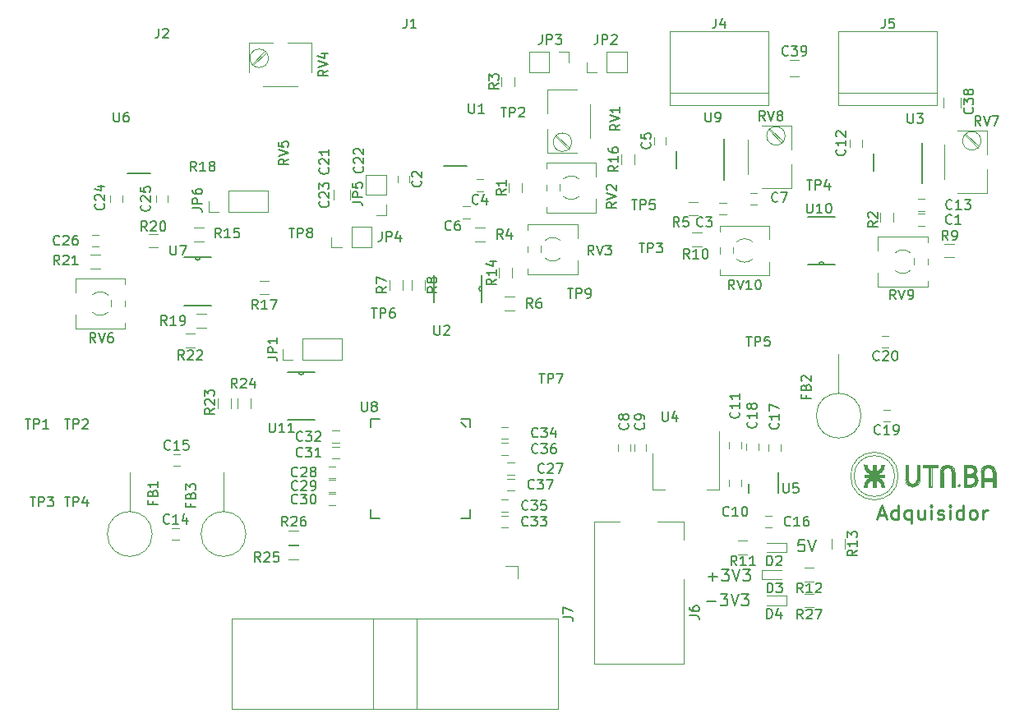
<source format=gbr>
G04 #@! TF.FileFunction,Legend,Top*
%FSLAX46Y46*%
G04 Gerber Fmt 4.6, Leading zero omitted, Abs format (unit mm)*
G04 Created by KiCad (PCBNEW 4.0.2+e4-6225~38~ubuntu14.04.1-stable) date sáb 17 nov 2018 11:22:13 ART*
%MOMM*%
G01*
G04 APERTURE LIST*
%ADD10C,0.100000*%
%ADD11C,0.200000*%
%ADD12C,0.250000*%
%ADD13C,0.120000*%
%ADD14C,0.152400*%
%ADD15C,0.050000*%
%ADD16C,0.280000*%
%ADD17C,0.150000*%
G04 APERTURE END LIST*
D10*
D11*
X166903429Y-100815857D02*
X166332000Y-100815857D01*
X166274857Y-101387286D01*
X166332000Y-101330143D01*
X166446286Y-101273000D01*
X166732000Y-101273000D01*
X166846286Y-101330143D01*
X166903429Y-101387286D01*
X166960572Y-101501571D01*
X166960572Y-101787286D01*
X166903429Y-101901571D01*
X166846286Y-101958714D01*
X166732000Y-102015857D01*
X166446286Y-102015857D01*
X166332000Y-101958714D01*
X166274857Y-101901571D01*
X167303429Y-100815857D02*
X167703429Y-102015857D01*
X168103429Y-100815857D01*
X157016715Y-104606714D02*
X157931001Y-104606714D01*
X157473858Y-105063857D02*
X157473858Y-104149571D01*
X158388144Y-103863857D02*
X159131001Y-103863857D01*
X158731001Y-104321000D01*
X158902429Y-104321000D01*
X159016715Y-104378143D01*
X159073858Y-104435286D01*
X159131001Y-104549571D01*
X159131001Y-104835286D01*
X159073858Y-104949571D01*
X159016715Y-105006714D01*
X158902429Y-105063857D01*
X158559572Y-105063857D01*
X158445286Y-105006714D01*
X158388144Y-104949571D01*
X159473858Y-103863857D02*
X159873858Y-105063857D01*
X160273858Y-103863857D01*
X160559572Y-103863857D02*
X161302429Y-103863857D01*
X160902429Y-104321000D01*
X161073857Y-104321000D01*
X161188143Y-104378143D01*
X161245286Y-104435286D01*
X161302429Y-104549571D01*
X161302429Y-104835286D01*
X161245286Y-104949571D01*
X161188143Y-105006714D01*
X161073857Y-105063857D01*
X160731000Y-105063857D01*
X160616714Y-105006714D01*
X160559572Y-104949571D01*
X156889715Y-107146714D02*
X157804001Y-107146714D01*
X158261144Y-106403857D02*
X159004001Y-106403857D01*
X158604001Y-106861000D01*
X158775429Y-106861000D01*
X158889715Y-106918143D01*
X158946858Y-106975286D01*
X159004001Y-107089571D01*
X159004001Y-107375286D01*
X158946858Y-107489571D01*
X158889715Y-107546714D01*
X158775429Y-107603857D01*
X158432572Y-107603857D01*
X158318286Y-107546714D01*
X158261144Y-107489571D01*
X159346858Y-106403857D02*
X159746858Y-107603857D01*
X160146858Y-106403857D01*
X160432572Y-106403857D02*
X161175429Y-106403857D01*
X160775429Y-106861000D01*
X160946857Y-106861000D01*
X161061143Y-106918143D01*
X161118286Y-106975286D01*
X161175429Y-107089571D01*
X161175429Y-107375286D01*
X161118286Y-107489571D01*
X161061143Y-107546714D01*
X160946857Y-107603857D01*
X160604000Y-107603857D01*
X160489714Y-107546714D01*
X160432572Y-107489571D01*
D12*
X174550285Y-98277333D02*
X175264571Y-98277333D01*
X174407428Y-98677333D02*
X174907428Y-97277333D01*
X175407428Y-98677333D01*
X176550285Y-98677333D02*
X176550285Y-97277333D01*
X176550285Y-98610667D02*
X176407428Y-98677333D01*
X176121714Y-98677333D01*
X175978856Y-98610667D01*
X175907428Y-98544000D01*
X175835999Y-98410667D01*
X175835999Y-98010667D01*
X175907428Y-97877333D01*
X175978856Y-97810667D01*
X176121714Y-97744000D01*
X176407428Y-97744000D01*
X176550285Y-97810667D01*
X177907428Y-97744000D02*
X177907428Y-99144000D01*
X177907428Y-98610667D02*
X177764571Y-98677333D01*
X177478857Y-98677333D01*
X177335999Y-98610667D01*
X177264571Y-98544000D01*
X177193142Y-98410667D01*
X177193142Y-98010667D01*
X177264571Y-97877333D01*
X177335999Y-97810667D01*
X177478857Y-97744000D01*
X177764571Y-97744000D01*
X177907428Y-97810667D01*
X179264571Y-97744000D02*
X179264571Y-98677333D01*
X178621714Y-97744000D02*
X178621714Y-98477333D01*
X178693142Y-98610667D01*
X178836000Y-98677333D01*
X179050285Y-98677333D01*
X179193142Y-98610667D01*
X179264571Y-98544000D01*
X179978857Y-98677333D02*
X179978857Y-97744000D01*
X179978857Y-97277333D02*
X179907428Y-97344000D01*
X179978857Y-97410667D01*
X180050285Y-97344000D01*
X179978857Y-97277333D01*
X179978857Y-97410667D01*
X180621714Y-98610667D02*
X180764571Y-98677333D01*
X181050286Y-98677333D01*
X181193143Y-98610667D01*
X181264571Y-98477333D01*
X181264571Y-98410667D01*
X181193143Y-98277333D01*
X181050286Y-98210667D01*
X180836000Y-98210667D01*
X180693143Y-98144000D01*
X180621714Y-98010667D01*
X180621714Y-97944000D01*
X180693143Y-97810667D01*
X180836000Y-97744000D01*
X181050286Y-97744000D01*
X181193143Y-97810667D01*
X181907429Y-98677333D02*
X181907429Y-97744000D01*
X181907429Y-97277333D02*
X181836000Y-97344000D01*
X181907429Y-97410667D01*
X181978857Y-97344000D01*
X181907429Y-97277333D01*
X181907429Y-97410667D01*
X183264572Y-98677333D02*
X183264572Y-97277333D01*
X183264572Y-98610667D02*
X183121715Y-98677333D01*
X182836001Y-98677333D01*
X182693143Y-98610667D01*
X182621715Y-98544000D01*
X182550286Y-98410667D01*
X182550286Y-98010667D01*
X182621715Y-97877333D01*
X182693143Y-97810667D01*
X182836001Y-97744000D01*
X183121715Y-97744000D01*
X183264572Y-97810667D01*
X184193144Y-98677333D02*
X184050286Y-98610667D01*
X183978858Y-98544000D01*
X183907429Y-98410667D01*
X183907429Y-98010667D01*
X183978858Y-97877333D01*
X184050286Y-97810667D01*
X184193144Y-97744000D01*
X184407429Y-97744000D01*
X184550286Y-97810667D01*
X184621715Y-97877333D01*
X184693144Y-98010667D01*
X184693144Y-98410667D01*
X184621715Y-98544000D01*
X184550286Y-98610667D01*
X184407429Y-98677333D01*
X184193144Y-98677333D01*
X185336001Y-98677333D02*
X185336001Y-97744000D01*
X185336001Y-98010667D02*
X185407429Y-97877333D01*
X185478858Y-97810667D01*
X185621715Y-97744000D01*
X185764572Y-97744000D01*
D13*
X161028000Y-102280000D02*
X160028000Y-102280000D01*
X160028000Y-100920000D02*
X161028000Y-100920000D01*
X114663000Y-54036000D02*
X111143000Y-54036000D01*
X116133000Y-49596000D02*
X113683000Y-49596000D01*
X112123000Y-49596000D02*
X109673000Y-49596000D01*
X116133000Y-52656000D02*
X116133000Y-49596000D01*
X109673000Y-52656000D02*
X109673000Y-49596000D01*
X110013000Y-51786000D02*
X111333000Y-50456000D01*
X110123000Y-51896000D02*
X111453000Y-50576000D01*
X111683000Y-51176000D02*
G75*
G03X111683000Y-51176000I-950000J0D01*
G01*
D14*
X97169496Y-63068200D02*
X99528104Y-63068200D01*
X129757696Y-62306200D02*
X132116304Y-62306200D01*
D13*
X162487000Y-103894000D02*
X162487000Y-104894000D01*
X162487000Y-104894000D02*
X164587000Y-104894000D01*
X162487000Y-103894000D02*
X164587000Y-103894000D01*
D14*
X153720800Y-60764001D02*
X153720800Y-62564003D01*
X158623000Y-59505002D02*
X158623000Y-63705004D01*
X174040800Y-61018001D02*
X174040800Y-62818003D01*
X179019200Y-59886002D02*
X179019200Y-64086004D01*
D13*
X161109000Y-63101000D02*
X161109000Y-59581000D01*
X165549000Y-64571000D02*
X165549000Y-62121000D01*
X165549000Y-60561000D02*
X165549000Y-58111000D01*
X162489000Y-64571000D02*
X165549000Y-64571000D01*
X162489000Y-58111000D02*
X165549000Y-58111000D01*
X163359000Y-58451000D02*
X164689000Y-59771000D01*
X163249000Y-58561000D02*
X164569000Y-59891000D01*
X164919000Y-59171000D02*
G75*
G03X164919000Y-59171000I-950000J0D01*
G01*
X151419000Y-60040000D02*
X151419000Y-59340000D01*
X152619000Y-59340000D02*
X152619000Y-60040000D01*
X136367000Y-92040000D02*
X135667000Y-92040000D01*
X135667000Y-90840000D02*
X136367000Y-90840000D01*
D14*
X128701800Y-73556347D02*
X128701800Y-76303653D01*
X133680200Y-76303653D02*
X133680200Y-73556347D01*
X133692900Y-74625200D02*
G75*
G03X133692900Y-75234800I0J-304800D01*
G01*
D13*
X143530000Y-73426000D02*
X138410000Y-73426000D01*
X143530000Y-68306000D02*
X138410000Y-68306000D01*
X143530000Y-73426000D02*
X143530000Y-72046000D01*
X143530000Y-69686000D02*
X143530000Y-68306000D01*
X138410000Y-73426000D02*
X138410000Y-72846000D01*
X138410000Y-71186000D02*
X138410000Y-70546000D01*
X138410000Y-68886000D02*
X138410000Y-68306000D01*
X140144782Y-69981062D02*
G75*
G02X140970000Y-69656000I825218J-884938D01*
G01*
X139811390Y-71200851D02*
G75*
G02X139810000Y-70536000I1158610J334851D01*
G01*
X141789958Y-71755364D02*
G75*
G02X140140000Y-71746000I-819958J889364D01*
G01*
X140948806Y-69649222D02*
G75*
G02X141800000Y-69976000I21194J-1216778D01*
G01*
D14*
X131540250Y-88727537D02*
X132073650Y-89235663D01*
X122243850Y-88346600D02*
X122243850Y-89229560D01*
X122243850Y-98557400D02*
X123132850Y-98557400D01*
X132454650Y-98557400D02*
X132454650Y-97674440D01*
X132454650Y-88346600D02*
X131565650Y-88346600D01*
X123132850Y-88346600D02*
X122243850Y-88346600D01*
X122243850Y-97674440D02*
X122243850Y-98557400D01*
X131565650Y-98557400D02*
X132454650Y-98557400D01*
X132454650Y-89229560D02*
X132454650Y-88346600D01*
D13*
X144841000Y-55898000D02*
X144841000Y-59418000D01*
X140401000Y-54428000D02*
X140401000Y-56878000D01*
X140401000Y-58438000D02*
X140401000Y-60888000D01*
X143461000Y-54428000D02*
X140401000Y-54428000D01*
X143461000Y-60888000D02*
X140401000Y-60888000D01*
X142591000Y-60548000D02*
X141261000Y-59228000D01*
X142701000Y-60438000D02*
X141381000Y-59108000D01*
X142931000Y-59828000D02*
G75*
G03X142931000Y-59828000I-950000J0D01*
G01*
X145435000Y-67076000D02*
X140315000Y-67076000D01*
X145435000Y-61956000D02*
X140315000Y-61956000D01*
X145435000Y-67076000D02*
X145435000Y-65696000D01*
X145435000Y-63336000D02*
X145435000Y-61956000D01*
X140315000Y-67076000D02*
X140315000Y-66496000D01*
X140315000Y-64836000D02*
X140315000Y-64196000D01*
X140315000Y-62536000D02*
X140315000Y-61956000D01*
X142049782Y-63631062D02*
G75*
G02X142875000Y-63306000I825218J-884938D01*
G01*
X141716390Y-64850851D02*
G75*
G02X141715000Y-64186000I1158610J334851D01*
G01*
X143694958Y-65405364D02*
G75*
G02X142045000Y-65396000I-819958J889364D01*
G01*
X142853806Y-63299222D02*
G75*
G02X143705000Y-63626000I21194J-1216778D01*
G01*
X123869000Y-65262000D02*
X123869000Y-63202000D01*
X123869000Y-63202000D02*
X121749000Y-63202000D01*
X121749000Y-63202000D02*
X121749000Y-65262000D01*
X121749000Y-65262000D02*
X123869000Y-65262000D01*
X123869000Y-66262000D02*
X123869000Y-67322000D01*
X123869000Y-67322000D02*
X122809000Y-67322000D01*
X122313000Y-70656000D02*
X122313000Y-68536000D01*
X120253000Y-70656000D02*
X122313000Y-70656000D01*
X120253000Y-68536000D02*
X122313000Y-68536000D01*
X120253000Y-70656000D02*
X120253000Y-68536000D01*
X119253000Y-70656000D02*
X118193000Y-70656000D01*
X118193000Y-70656000D02*
X118193000Y-69596000D01*
X120097920Y-65727520D02*
X120097920Y-64727520D01*
X118397920Y-64727520D02*
X118397920Y-65727520D01*
X154460000Y-104822000D02*
X154460000Y-113622000D01*
X154460000Y-113622000D02*
X145260000Y-113622000D01*
X151760000Y-98922000D02*
X154460000Y-98922000D01*
X154460000Y-98922000D02*
X154460000Y-100822000D01*
X145260000Y-113622000D02*
X145260000Y-98922000D01*
X145260000Y-98922000D02*
X147860000Y-98922000D01*
X91801000Y-73894000D02*
X96921000Y-73894000D01*
X91801000Y-79014000D02*
X96921000Y-79014000D01*
X91801000Y-73894000D02*
X91801000Y-75274000D01*
X91801000Y-77634000D02*
X91801000Y-79014000D01*
X96921000Y-73894000D02*
X96921000Y-74474000D01*
X96921000Y-76134000D02*
X96921000Y-76774000D01*
X96921000Y-78434000D02*
X96921000Y-79014000D01*
X95186218Y-77338938D02*
G75*
G02X94361000Y-77664000I-825218J884938D01*
G01*
X95519610Y-76119149D02*
G75*
G02X95521000Y-76784000I-1158610J-334851D01*
G01*
X93541042Y-75564636D02*
G75*
G02X95191000Y-75574000I819958J-889364D01*
G01*
X94382194Y-77670778D02*
G75*
G02X93531000Y-77344000I-21194J1216778D01*
G01*
D14*
X164236400Y-93829000D02*
X164236400Y-96003999D01*
X161137600Y-95029000D02*
X161137600Y-96003999D01*
X103020347Y-76657200D02*
X105767653Y-76657200D01*
X105767653Y-71678800D02*
X103020347Y-71678800D01*
X104089200Y-71666100D02*
G75*
G03X104698800Y-71666100I304800J0D01*
G01*
D13*
X99719000Y-100203000D02*
G75*
G03X99719000Y-100203000I-2310000J0D01*
G01*
X97409000Y-97893000D02*
X97409000Y-93883000D01*
X172744000Y-88011000D02*
G75*
G03X172744000Y-88011000I-2310000J0D01*
G01*
X170434000Y-85701000D02*
X170434000Y-81691000D01*
X149387000Y-91651000D02*
X149387000Y-90951000D01*
X150587000Y-90951000D02*
X150587000Y-91651000D01*
X174478000Y-69576000D02*
X179598000Y-69576000D01*
X174478000Y-74696000D02*
X179598000Y-74696000D01*
X174478000Y-69576000D02*
X174478000Y-70956000D01*
X174478000Y-73316000D02*
X174478000Y-74696000D01*
X179598000Y-69576000D02*
X179598000Y-70156000D01*
X179598000Y-71816000D02*
X179598000Y-72456000D01*
X179598000Y-74116000D02*
X179598000Y-74696000D01*
X177863218Y-73020938D02*
G75*
G02X177038000Y-73346000I-825218J884938D01*
G01*
X178196610Y-71801149D02*
G75*
G02X178198000Y-72466000I-1158610J-334851D01*
G01*
X176218042Y-71246636D02*
G75*
G02X177868000Y-71256000I819958J-889364D01*
G01*
X177059194Y-73352778D02*
G75*
G02X176208000Y-73026000I-21194J1216778D01*
G01*
X163310000Y-73546000D02*
X158190000Y-73546000D01*
X163310000Y-68426000D02*
X158190000Y-68426000D01*
X163310000Y-73546000D02*
X163310000Y-72166000D01*
X163310000Y-69806000D02*
X163310000Y-68426000D01*
X158190000Y-73546000D02*
X158190000Y-72966000D01*
X158190000Y-71306000D02*
X158190000Y-70666000D01*
X158190000Y-69006000D02*
X158190000Y-68426000D01*
X159924782Y-70101062D02*
G75*
G02X160750000Y-69776000I825218J-884938D01*
G01*
X159591390Y-71320851D02*
G75*
G02X159590000Y-70656000I1158610J334851D01*
G01*
X161569958Y-71875364D02*
G75*
G02X159920000Y-71866000I-819958J889364D01*
G01*
X160728806Y-69769222D02*
G75*
G02X161580000Y-70096000I21194J-1216778D01*
G01*
D14*
X170029653Y-67487800D02*
X167282347Y-67487800D01*
X167282347Y-72466200D02*
X170029653Y-72466200D01*
X168960800Y-72478900D02*
G75*
G03X168351200Y-72478900I-304800J0D01*
G01*
D13*
X161309000Y-65059000D02*
X162009000Y-65059000D01*
X162009000Y-66259000D02*
X161309000Y-66259000D01*
X117887000Y-93253000D02*
X118587000Y-93253000D01*
X118587000Y-94453000D02*
X117887000Y-94453000D01*
X117887000Y-94650000D02*
X118587000Y-94650000D01*
X118587000Y-95850000D02*
X117887000Y-95850000D01*
X117887000Y-96047000D02*
X118587000Y-96047000D01*
X118587000Y-97247000D02*
X117887000Y-97247000D01*
X163195000Y-54737000D02*
X153035000Y-54737000D01*
X163195000Y-56007000D02*
X163195000Y-48387000D01*
X163195000Y-48387000D02*
X153035000Y-48387000D01*
X153035000Y-48387000D02*
X153035000Y-56007000D01*
X153035000Y-56007000D02*
X163195000Y-56007000D01*
X180594000Y-54737000D02*
X170434000Y-54737000D01*
X180594000Y-56007000D02*
X180594000Y-48387000D01*
X180594000Y-48387000D02*
X170434000Y-48387000D01*
X170434000Y-48387000D02*
X170434000Y-56007000D01*
X170434000Y-56007000D02*
X180594000Y-56007000D01*
X111645000Y-66973000D02*
X111645000Y-64853000D01*
X107585000Y-66973000D02*
X111645000Y-66973000D01*
X107585000Y-64853000D02*
X111645000Y-64853000D01*
X107585000Y-66973000D02*
X107585000Y-64853000D01*
X106585000Y-66973000D02*
X105525000Y-66973000D01*
X105525000Y-66973000D02*
X105525000Y-65913000D01*
X176067000Y-67064000D02*
X176067000Y-68064000D01*
X174707000Y-68064000D02*
X174707000Y-67064000D01*
X154948000Y-65995000D02*
X155948000Y-65995000D01*
X155948000Y-67355000D02*
X154948000Y-67355000D01*
X181352000Y-70313000D02*
X182352000Y-70313000D01*
X182352000Y-71673000D02*
X181352000Y-71673000D01*
X156317000Y-70530000D02*
X155317000Y-70530000D01*
X155317000Y-69170000D02*
X156317000Y-69170000D01*
X179281000Y-68418000D02*
X178581000Y-68418000D01*
X178581000Y-67218000D02*
X179281000Y-67218000D01*
X158846000Y-67275000D02*
X158146000Y-67275000D01*
X158146000Y-66075000D02*
X158846000Y-66075000D01*
X171612000Y-60294000D02*
X171612000Y-59594000D01*
X172812000Y-59594000D02*
X172812000Y-60294000D01*
X178581000Y-65694000D02*
X179281000Y-65694000D01*
X179281000Y-66894000D02*
X178581000Y-66894000D01*
X109371000Y-100203000D02*
G75*
G03X109371000Y-100203000I-2310000J0D01*
G01*
X107061000Y-97893000D02*
X107061000Y-93883000D01*
X118268000Y-89570000D02*
X118968000Y-89570000D01*
X118968000Y-90770000D02*
X118268000Y-90770000D01*
X136367000Y-97882000D02*
X135667000Y-97882000D01*
X135667000Y-96682000D02*
X136367000Y-96682000D01*
X136302000Y-94523000D02*
X137002000Y-94523000D01*
X137002000Y-95723000D02*
X136302000Y-95723000D01*
X119265000Y-82213000D02*
X119265000Y-80093000D01*
X115205000Y-82213000D02*
X119265000Y-82213000D01*
X115205000Y-80093000D02*
X119265000Y-80093000D01*
X115205000Y-82213000D02*
X115205000Y-80093000D01*
X114205000Y-82213000D02*
X113145000Y-82213000D01*
X113145000Y-82213000D02*
X113145000Y-81153000D01*
D14*
X113688347Y-88468200D02*
X116435653Y-88468200D01*
X116435653Y-83489800D02*
X113688347Y-83489800D01*
X114757200Y-83477100D02*
G75*
G03X115366800Y-83477100I304800J0D01*
G01*
D13*
X107868000Y-86241000D02*
X107868000Y-87241000D01*
X106508000Y-87241000D02*
X106508000Y-86241000D01*
X109900000Y-86241000D02*
X109900000Y-87241000D01*
X108540000Y-87241000D02*
X108540000Y-86241000D01*
X137414000Y-103505000D02*
X136144000Y-103505000D01*
X137414000Y-104775000D02*
X137414000Y-103505000D01*
X141494000Y-118255000D02*
X107934000Y-118255000D01*
X141494000Y-108905000D02*
X141494000Y-118255000D01*
X122464000Y-108905000D02*
X122464000Y-118255000D01*
X107934000Y-108905000D02*
X107934000Y-118255000D01*
X107934000Y-108905000D02*
X141494000Y-108905000D01*
X126964000Y-108905000D02*
X126964000Y-118255000D01*
X114788000Y-102788000D02*
X113788000Y-102788000D01*
X113788000Y-101428000D02*
X114788000Y-101428000D01*
X113788000Y-99904000D02*
X114788000Y-99904000D01*
X114788000Y-101264000D02*
X113788000Y-101264000D01*
X125003000Y-63977000D02*
X125003000Y-63277000D01*
X126203000Y-63277000D02*
X126203000Y-63977000D01*
X133127000Y-63662000D02*
X133827000Y-63662000D01*
X133827000Y-64862000D02*
X133127000Y-64862000D01*
X131730000Y-66456000D02*
X132430000Y-66456000D01*
X132430000Y-67656000D02*
X131730000Y-67656000D01*
X147736000Y-91651000D02*
X147736000Y-90951000D01*
X148936000Y-90951000D02*
X148936000Y-91651000D01*
X159166000Y-95334000D02*
X159166000Y-94634000D01*
X160366000Y-94634000D02*
X160366000Y-95334000D01*
X160366000Y-90721000D02*
X160366000Y-91421000D01*
X159166000Y-91421000D02*
X159166000Y-90721000D01*
X102458000Y-100803000D02*
X101758000Y-100803000D01*
X101758000Y-99603000D02*
X102458000Y-99603000D01*
X102569000Y-93183000D02*
X101869000Y-93183000D01*
X101869000Y-91983000D02*
X102569000Y-91983000D01*
X163545000Y-99533000D02*
X162845000Y-99533000D01*
X162845000Y-98333000D02*
X163545000Y-98333000D01*
X164430000Y-90963000D02*
X164430000Y-91663000D01*
X163230000Y-91663000D02*
X163230000Y-90963000D01*
X162144000Y-90848000D02*
X162144000Y-91548000D01*
X160944000Y-91548000D02*
X160944000Y-90848000D01*
X175021000Y-87411000D02*
X175721000Y-87411000D01*
X175721000Y-88611000D02*
X175021000Y-88611000D01*
X174894000Y-79791000D02*
X175594000Y-79791000D01*
X175594000Y-80991000D02*
X174894000Y-80991000D01*
X95412000Y-66009000D02*
X95412000Y-65309000D01*
X96612000Y-65309000D02*
X96612000Y-66009000D01*
X100111000Y-66009000D02*
X100111000Y-65309000D01*
X101311000Y-65309000D02*
X101311000Y-66009000D01*
X93503000Y-69377000D02*
X94203000Y-69377000D01*
X94203000Y-70577000D02*
X93503000Y-70577000D01*
X136302000Y-92872000D02*
X137002000Y-92872000D01*
X137002000Y-94072000D02*
X136302000Y-94072000D01*
X118268000Y-91221000D02*
X118968000Y-91221000D01*
X118968000Y-92421000D02*
X118268000Y-92421000D01*
X136367000Y-99533000D02*
X135667000Y-99533000D01*
X135667000Y-98333000D02*
X136367000Y-98333000D01*
X136367000Y-90389000D02*
X135667000Y-90389000D01*
X135667000Y-89189000D02*
X136367000Y-89189000D01*
X146542000Y-52622000D02*
X148602000Y-52622000D01*
X148602000Y-52622000D02*
X148602000Y-50502000D01*
X148602000Y-50502000D02*
X146542000Y-50502000D01*
X146542000Y-50502000D02*
X146542000Y-52622000D01*
X145542000Y-52622000D02*
X144482000Y-52622000D01*
X144482000Y-52622000D02*
X144482000Y-51562000D01*
X140605000Y-50502000D02*
X138545000Y-50502000D01*
X138545000Y-50502000D02*
X138545000Y-52622000D01*
X138545000Y-52622000D02*
X140605000Y-52622000D01*
X140605000Y-52622000D02*
X140605000Y-50502000D01*
X141605000Y-50502000D02*
X142665000Y-50502000D01*
X142665000Y-50502000D02*
X142665000Y-51562000D01*
X167886000Y-105074000D02*
X166886000Y-105074000D01*
X166886000Y-103714000D02*
X167886000Y-103714000D01*
X169754000Y-101719000D02*
X169754000Y-100719000D01*
X171114000Y-100719000D02*
X171114000Y-101719000D01*
X137840000Y-64016000D02*
X137840000Y-65016000D01*
X136480000Y-65016000D02*
X136480000Y-64016000D01*
X137078000Y-53094000D02*
X137078000Y-54094000D01*
X135718000Y-54094000D02*
X135718000Y-53094000D01*
X133977000Y-70022000D02*
X132977000Y-70022000D01*
X132977000Y-68662000D02*
X133977000Y-68662000D01*
X136025000Y-75774000D02*
X137025000Y-75774000D01*
X137025000Y-77134000D02*
X136025000Y-77134000D01*
X125521000Y-74049000D02*
X125521000Y-75049000D01*
X124161000Y-75049000D02*
X124161000Y-74049000D01*
X126447000Y-75049000D02*
X126447000Y-74049000D01*
X127807000Y-74049000D02*
X127807000Y-75049000D01*
X136824000Y-72779000D02*
X136824000Y-73779000D01*
X135464000Y-73779000D02*
X135464000Y-72779000D01*
X104021000Y-68662000D02*
X105021000Y-68662000D01*
X105021000Y-70022000D02*
X104021000Y-70022000D01*
X149397000Y-61095000D02*
X149397000Y-62095000D01*
X148037000Y-62095000D02*
X148037000Y-61095000D01*
X111752000Y-75483000D02*
X110752000Y-75483000D01*
X110752000Y-74123000D02*
X111752000Y-74123000D01*
X105275000Y-78912000D02*
X104275000Y-78912000D01*
X104275000Y-77552000D02*
X105275000Y-77552000D01*
X100322000Y-70657000D02*
X99322000Y-70657000D01*
X99322000Y-69297000D02*
X100322000Y-69297000D01*
X93353000Y-71456000D02*
X94353000Y-71456000D01*
X94353000Y-72816000D02*
X93353000Y-72816000D01*
X104132000Y-80944000D02*
X103132000Y-80944000D01*
X103132000Y-79584000D02*
X104132000Y-79584000D01*
X181295000Y-63609000D02*
X181295000Y-60089000D01*
X185735000Y-65079000D02*
X185735000Y-62629000D01*
X185735000Y-61069000D02*
X185735000Y-58619000D01*
X182675000Y-65079000D02*
X185735000Y-65079000D01*
X182675000Y-58619000D02*
X185735000Y-58619000D01*
X183545000Y-58959000D02*
X184875000Y-60279000D01*
X183435000Y-59069000D02*
X184755000Y-60399000D01*
X185105000Y-59679000D02*
G75*
G03X185105000Y-59679000I-950000J0D01*
G01*
D15*
X175167000Y-95384000D02*
G75*
G03X173067000Y-95384000I-1050000J0D01*
G01*
D13*
X176567000Y-94234000D02*
G75*
G03X176567000Y-94234000I-2450000J0D01*
G01*
X176217000Y-94234000D02*
G75*
G03X176217000Y-94234000I-2100000J0D01*
G01*
D15*
X173967000Y-93084000D02*
X174267000Y-93084000D01*
X174267000Y-93084000D02*
X174267000Y-94484000D01*
X173967000Y-93084000D02*
X173967000Y-94434000D01*
X173967000Y-95384000D02*
X174267000Y-95384000D01*
X174267000Y-95384000D02*
X174267000Y-94384000D01*
X174267000Y-94384000D02*
X175167000Y-94384000D01*
X175167000Y-94384000D02*
X175167000Y-94084000D01*
X175167000Y-94084000D02*
X173067000Y-94084000D01*
X173067000Y-94084000D02*
X173067000Y-94384000D01*
X173067000Y-94384000D02*
X174317000Y-94384000D01*
X173957000Y-94384000D02*
X173967000Y-94384000D01*
X173967000Y-94384000D02*
X173967000Y-95384000D01*
X173067000Y-95384000D02*
X173367000Y-95384000D01*
X175167000Y-95384000D02*
X174867000Y-95384000D01*
X173367000Y-95384000D02*
G75*
G02X174867000Y-95384000I750000J0D01*
G01*
X173067000Y-93084000D02*
G75*
G03X175167000Y-93084000I1050000J0D01*
G01*
X175167000Y-93084000D02*
X174867000Y-93084000D01*
X173067000Y-93084000D02*
X173367000Y-93084000D01*
X174867000Y-93084000D02*
G75*
G02X173367000Y-93084000I-750000J0D01*
G01*
X173992000Y-93134000D02*
X174242000Y-93134000D01*
X173992000Y-95334000D02*
X174242000Y-95334000D01*
X173992000Y-95284000D02*
X174242000Y-95284000D01*
X173992000Y-93184000D02*
X174242000Y-93184000D01*
D12*
X174117000Y-93184000D02*
X174117000Y-95284000D01*
D15*
X173117000Y-94084000D02*
X173117000Y-94384000D01*
X173167000Y-94384000D02*
X173167000Y-94084000D01*
X175117000Y-94084000D02*
X175117000Y-94384000D01*
X175067000Y-94084000D02*
X175067000Y-94384000D01*
X175017000Y-94084000D02*
X175017000Y-94384000D01*
X173217000Y-94084000D02*
X173217000Y-94384000D01*
D12*
X173217000Y-94234000D02*
X175017000Y-94234000D01*
X175016964Y-93184309D02*
G75*
G02X173217001Y-93183999I-899964J100309D01*
G01*
D10*
X174916957Y-93134662D02*
G75*
G02X173317001Y-93133999I-799957J50662D01*
G01*
X175117020Y-93133568D02*
G75*
G02X173117001Y-93133999I-1000020J49568D01*
G01*
D12*
X173217036Y-95283691D02*
G75*
G02X175016999Y-95284001I899964J-100309D01*
G01*
D10*
X173116980Y-95334432D02*
G75*
G02X175116999Y-95334001I1000020J-49568D01*
G01*
X173317043Y-95333338D02*
G75*
G02X174916999Y-95334001I799957J-50662D01*
G01*
D15*
X177317000Y-93084000D02*
X177617000Y-93084000D01*
X177617000Y-93084000D02*
X177617000Y-94634000D01*
X177317000Y-93084000D02*
X177317000Y-94634000D01*
X178817000Y-93084000D02*
X178817000Y-94634000D01*
X178517000Y-93084000D02*
X178817000Y-93084000D01*
X178517000Y-93084000D02*
X178517000Y-94634000D01*
X178517000Y-94634000D02*
G75*
G02X177617000Y-94634000I-450000J0D01*
G01*
X178817000Y-94634000D02*
G75*
G02X177317000Y-94634000I-750000J0D01*
G01*
X179117000Y-93084000D02*
X179117000Y-93384000D01*
X179117000Y-93084000D02*
X180617000Y-93084000D01*
X180617000Y-93084000D02*
X180617000Y-93384000D01*
X179717000Y-93384000D02*
X179717000Y-95384000D01*
X179717000Y-95384000D02*
X180017000Y-95384000D01*
X180017000Y-95384000D02*
X180017000Y-93384000D01*
X179117000Y-93384000D02*
X179717000Y-93384000D01*
X180017000Y-93384000D02*
X180617000Y-93384000D01*
X180917000Y-95384000D02*
X180917000Y-93834000D01*
X182117000Y-95384000D02*
X182117000Y-93834000D01*
X181217000Y-93834000D02*
G75*
G02X182117000Y-93834000I450000J0D01*
G01*
X181217000Y-95384000D02*
X180917000Y-95384000D01*
X181217000Y-95384000D02*
X181217000Y-93834000D01*
X182417000Y-95384000D02*
X182117000Y-95384000D01*
X182417000Y-95384000D02*
X182417000Y-93834000D01*
X180917000Y-93834000D02*
G75*
G02X182417000Y-93834000I750000J0D01*
G01*
X183017000Y-95234000D02*
G75*
G03X183017000Y-95234000I-150000J0D01*
G01*
X185417000Y-93834000D02*
G75*
G02X186317000Y-93834000I450000J0D01*
G01*
X185417000Y-95384000D02*
X185417000Y-93834000D01*
X186617000Y-95384000D02*
X186317000Y-95384000D01*
X186317000Y-95384000D02*
X186317000Y-93834000D01*
X185117000Y-95384000D02*
X185117000Y-93834000D01*
X185417000Y-95384000D02*
X185117000Y-95384000D01*
X185117000Y-93834000D02*
G75*
G02X186617000Y-93834000I750000J0D01*
G01*
X186617000Y-95384000D02*
X186617000Y-93834000D01*
X185417000Y-94784000D02*
X186317000Y-94784000D01*
X186317000Y-94484000D02*
X185417000Y-94484000D01*
X183317000Y-95384000D02*
X183317000Y-93084000D01*
X183617000Y-95384000D02*
X183317000Y-95384000D01*
X183617000Y-95084000D02*
X183617000Y-94334000D01*
X183617000Y-95384000D02*
X184142000Y-95384000D01*
X183617000Y-94334000D02*
X184142000Y-94334000D01*
X183617000Y-94034000D02*
X184142000Y-94034000D01*
X183617000Y-93384000D02*
X184092000Y-93384000D01*
X183317000Y-93084000D02*
X184092000Y-93084000D01*
X184092000Y-93084000D02*
G75*
G02X184092000Y-94334000I0J-625000D01*
G01*
X184142000Y-94034000D02*
G75*
G02X184142000Y-95384000I0J-675000D01*
G01*
X183617000Y-95084000D02*
X184142000Y-95084000D01*
X184142000Y-94334000D02*
G75*
G02X184142000Y-95084000I0J-375000D01*
G01*
X184092000Y-93384000D02*
G75*
G02X184092000Y-94034000I0J-325000D01*
G01*
X183617000Y-93384000D02*
X183617000Y-94034000D01*
X183342000Y-93134000D02*
X184317000Y-93134000D01*
X183367000Y-93159000D02*
X183367000Y-95359000D01*
X183367000Y-95334000D02*
X184367000Y-95334000D01*
D16*
X184142000Y-94184000D02*
G75*
G02X184142000Y-95234000I0J-525000D01*
G01*
D12*
X184092000Y-93234000D02*
G75*
G02X184092000Y-94184000I0J-475000D01*
G01*
X184092000Y-93234000D02*
X183492000Y-93234000D01*
X183492000Y-93234000D02*
X183492000Y-95234000D01*
X183492000Y-95234000D02*
X184117000Y-95234000D01*
X184092000Y-94184000D02*
X183617000Y-94184000D01*
X185267000Y-93834000D02*
G75*
G02X186467000Y-93834000I600000J0D01*
G01*
X185267000Y-93834000D02*
X185267000Y-95234000D01*
X186467000Y-93834000D02*
X186467000Y-95234000D01*
D15*
X185142000Y-95334000D02*
X185392000Y-95334000D01*
X185392000Y-95284000D02*
X185142000Y-95284000D01*
X185142000Y-95234000D02*
X185392000Y-95234000D01*
X186342000Y-95234000D02*
X186342000Y-95334000D01*
X186342000Y-95334000D02*
X186567000Y-95334000D01*
X186567000Y-95334000D02*
X186592000Y-95334000D01*
X186592000Y-95334000D02*
X186592000Y-95259000D01*
D12*
X185417000Y-94634000D02*
X186342000Y-94634000D01*
X181067000Y-93834000D02*
X181067000Y-95234000D01*
X181067000Y-93834000D02*
G75*
G02X182267000Y-93834000I600000J0D01*
G01*
X182267000Y-93834000D02*
X182267000Y-95234000D01*
X178667000Y-94634000D02*
X178667000Y-93234000D01*
X178667000Y-94634000D02*
G75*
G02X177467000Y-94634000I-600000J0D01*
G01*
X177467000Y-94634000D02*
X177467000Y-93234000D01*
D15*
X178542000Y-93234000D02*
X178542000Y-93134000D01*
X178542000Y-93134000D02*
X178792000Y-93134000D01*
X178792000Y-93134000D02*
X178792000Y-93209000D01*
X177342000Y-93209000D02*
X177342000Y-93134000D01*
X177342000Y-93134000D02*
X177592000Y-93134000D01*
X177592000Y-93134000D02*
X177592000Y-93209000D01*
X180942000Y-95234000D02*
X180942000Y-95334000D01*
X180942000Y-95334000D02*
X181192000Y-95334000D01*
X181192000Y-95334000D02*
X181192000Y-95259000D01*
X182142000Y-95259000D02*
X182142000Y-95334000D01*
X182142000Y-95334000D02*
X182392000Y-95334000D01*
X182392000Y-95334000D02*
X182392000Y-95259000D01*
D11*
X182942000Y-95234000D02*
G75*
G03X182942000Y-95234000I-75000J0D01*
G01*
D15*
X182892000Y-95234000D02*
G75*
G03X182892000Y-95234000I-25000J0D01*
G01*
D17*
X179192000Y-93159000D02*
X180542000Y-93159000D01*
X180542000Y-93309000D02*
X179192000Y-93309000D01*
D15*
X179167000Y-93184000D02*
X179167000Y-93284000D01*
X180567000Y-93159000D02*
X180567000Y-93284000D01*
D17*
X179817000Y-93384000D02*
X179817000Y-95284000D01*
X179917000Y-95284000D02*
X179917000Y-93384000D01*
D15*
X179767000Y-95284000D02*
X179767000Y-95359000D01*
X179767000Y-95359000D02*
X179992000Y-95359000D01*
X179992000Y-95359000D02*
X179992000Y-95284000D01*
D13*
X165087000Y-102100000D02*
X165087000Y-101100000D01*
X165087000Y-101100000D02*
X162987000Y-101100000D01*
X165087000Y-102100000D02*
X162987000Y-102100000D01*
X165087000Y-107561000D02*
X165087000Y-106561000D01*
X165087000Y-106561000D02*
X162987000Y-106561000D01*
X165087000Y-107561000D02*
X162987000Y-107561000D01*
X151276000Y-95636000D02*
X152536000Y-95636000D01*
X158096000Y-95636000D02*
X156836000Y-95636000D01*
X151276000Y-91876000D02*
X151276000Y-95636000D01*
X158096000Y-89626000D02*
X158096000Y-95636000D01*
X166886000Y-106381000D02*
X167886000Y-106381000D01*
X167886000Y-107741000D02*
X166886000Y-107741000D01*
X182968000Y-56253000D02*
X182968000Y-55253000D01*
X181268000Y-55253000D02*
X181268000Y-56253000D01*
X166362000Y-51347000D02*
X165362000Y-51347000D01*
X165362000Y-53047000D02*
X166362000Y-53047000D01*
D17*
X159932143Y-103449381D02*
X159598809Y-102973190D01*
X159360714Y-103449381D02*
X159360714Y-102449381D01*
X159741667Y-102449381D01*
X159836905Y-102497000D01*
X159884524Y-102544619D01*
X159932143Y-102639857D01*
X159932143Y-102782714D01*
X159884524Y-102877952D01*
X159836905Y-102925571D01*
X159741667Y-102973190D01*
X159360714Y-102973190D01*
X160884524Y-103449381D02*
X160313095Y-103449381D01*
X160598809Y-103449381D02*
X160598809Y-102449381D01*
X160503571Y-102592238D01*
X160408333Y-102687476D01*
X160313095Y-102735095D01*
X161836905Y-103449381D02*
X161265476Y-103449381D01*
X161551190Y-103449381D02*
X161551190Y-102449381D01*
X161455952Y-102592238D01*
X161360714Y-102687476D01*
X161265476Y-102735095D01*
X117800381Y-52411238D02*
X117324190Y-52744572D01*
X117800381Y-52982667D02*
X116800381Y-52982667D01*
X116800381Y-52601714D01*
X116848000Y-52506476D01*
X116895619Y-52458857D01*
X116990857Y-52411238D01*
X117133714Y-52411238D01*
X117228952Y-52458857D01*
X117276571Y-52506476D01*
X117324190Y-52601714D01*
X117324190Y-52982667D01*
X116800381Y-52125524D02*
X117800381Y-51792191D01*
X116800381Y-51458857D01*
X117133714Y-50696952D02*
X117800381Y-50696952D01*
X116752762Y-50935048D02*
X117467048Y-51173143D01*
X117467048Y-50554095D01*
X104259143Y-62809381D02*
X103925809Y-62333190D01*
X103687714Y-62809381D02*
X103687714Y-61809381D01*
X104068667Y-61809381D01*
X104163905Y-61857000D01*
X104211524Y-61904619D01*
X104259143Y-61999857D01*
X104259143Y-62142714D01*
X104211524Y-62237952D01*
X104163905Y-62285571D01*
X104068667Y-62333190D01*
X103687714Y-62333190D01*
X105211524Y-62809381D02*
X104640095Y-62809381D01*
X104925809Y-62809381D02*
X104925809Y-61809381D01*
X104830571Y-61952238D01*
X104735333Y-62047476D01*
X104640095Y-62095095D01*
X105782952Y-62237952D02*
X105687714Y-62190333D01*
X105640095Y-62142714D01*
X105592476Y-62047476D01*
X105592476Y-61999857D01*
X105640095Y-61904619D01*
X105687714Y-61857000D01*
X105782952Y-61809381D01*
X105973429Y-61809381D01*
X106068667Y-61857000D01*
X106116286Y-61904619D01*
X106163905Y-61999857D01*
X106163905Y-62047476D01*
X106116286Y-62142714D01*
X106068667Y-62190333D01*
X105973429Y-62237952D01*
X105782952Y-62237952D01*
X105687714Y-62285571D01*
X105640095Y-62333190D01*
X105592476Y-62428429D01*
X105592476Y-62618905D01*
X105640095Y-62714143D01*
X105687714Y-62761762D01*
X105782952Y-62809381D01*
X105973429Y-62809381D01*
X106068667Y-62761762D01*
X106116286Y-62714143D01*
X106163905Y-62618905D01*
X106163905Y-62428429D01*
X106116286Y-62333190D01*
X106068667Y-62285571D01*
X105973429Y-62237952D01*
X95758095Y-56729381D02*
X95758095Y-57538905D01*
X95805714Y-57634143D01*
X95853333Y-57681762D01*
X95948571Y-57729381D01*
X96139048Y-57729381D01*
X96234286Y-57681762D01*
X96281905Y-57634143D01*
X96329524Y-57538905D01*
X96329524Y-56729381D01*
X97234286Y-56729381D02*
X97043809Y-56729381D01*
X96948571Y-56777000D01*
X96900952Y-56824619D01*
X96805714Y-56967476D01*
X96758095Y-57157952D01*
X96758095Y-57538905D01*
X96805714Y-57634143D01*
X96853333Y-57681762D01*
X96948571Y-57729381D01*
X97139048Y-57729381D01*
X97234286Y-57681762D01*
X97281905Y-57634143D01*
X97329524Y-57538905D01*
X97329524Y-57300810D01*
X97281905Y-57205571D01*
X97234286Y-57157952D01*
X97139048Y-57110333D01*
X96948571Y-57110333D01*
X96853333Y-57157952D01*
X96805714Y-57205571D01*
X96758095Y-57300810D01*
X132334095Y-55840381D02*
X132334095Y-56649905D01*
X132381714Y-56745143D01*
X132429333Y-56792762D01*
X132524571Y-56840381D01*
X132715048Y-56840381D01*
X132810286Y-56792762D01*
X132857905Y-56745143D01*
X132905524Y-56649905D01*
X132905524Y-55840381D01*
X133905524Y-56840381D02*
X133334095Y-56840381D01*
X133619809Y-56840381D02*
X133619809Y-55840381D01*
X133524571Y-55983238D01*
X133429333Y-56078476D01*
X133334095Y-56126095D01*
X163091905Y-106243381D02*
X163091905Y-105243381D01*
X163330000Y-105243381D01*
X163472858Y-105291000D01*
X163568096Y-105386238D01*
X163615715Y-105481476D01*
X163663334Y-105671952D01*
X163663334Y-105814810D01*
X163615715Y-106005286D01*
X163568096Y-106100524D01*
X163472858Y-106195762D01*
X163330000Y-106243381D01*
X163091905Y-106243381D01*
X163996667Y-105243381D02*
X164615715Y-105243381D01*
X164282381Y-105624333D01*
X164425239Y-105624333D01*
X164520477Y-105671952D01*
X164568096Y-105719571D01*
X164615715Y-105814810D01*
X164615715Y-106052905D01*
X164568096Y-106148143D01*
X164520477Y-106195762D01*
X164425239Y-106243381D01*
X164139524Y-106243381D01*
X164044286Y-106195762D01*
X163996667Y-106148143D01*
X156718095Y-56729381D02*
X156718095Y-57538905D01*
X156765714Y-57634143D01*
X156813333Y-57681762D01*
X156908571Y-57729381D01*
X157099048Y-57729381D01*
X157194286Y-57681762D01*
X157241905Y-57634143D01*
X157289524Y-57538905D01*
X157289524Y-56729381D01*
X157813333Y-57729381D02*
X158003809Y-57729381D01*
X158099048Y-57681762D01*
X158146667Y-57634143D01*
X158241905Y-57491286D01*
X158289524Y-57300810D01*
X158289524Y-56919857D01*
X158241905Y-56824619D01*
X158194286Y-56777000D01*
X158099048Y-56729381D01*
X157908571Y-56729381D01*
X157813333Y-56777000D01*
X157765714Y-56824619D01*
X157718095Y-56919857D01*
X157718095Y-57157952D01*
X157765714Y-57253190D01*
X157813333Y-57300810D01*
X157908571Y-57348429D01*
X158099048Y-57348429D01*
X158194286Y-57300810D01*
X158241905Y-57253190D01*
X158289524Y-57157952D01*
X177546095Y-56856381D02*
X177546095Y-57665905D01*
X177593714Y-57761143D01*
X177641333Y-57808762D01*
X177736571Y-57856381D01*
X177927048Y-57856381D01*
X178022286Y-57808762D01*
X178069905Y-57761143D01*
X178117524Y-57665905D01*
X178117524Y-56856381D01*
X178498476Y-56856381D02*
X179117524Y-56856381D01*
X178784190Y-57237333D01*
X178927048Y-57237333D01*
X179022286Y-57284952D01*
X179069905Y-57332571D01*
X179117524Y-57427810D01*
X179117524Y-57665905D01*
X179069905Y-57761143D01*
X179022286Y-57808762D01*
X178927048Y-57856381D01*
X178641333Y-57856381D01*
X178546095Y-57808762D01*
X178498476Y-57761143D01*
X162853762Y-57602381D02*
X162520428Y-57126190D01*
X162282333Y-57602381D02*
X162282333Y-56602381D01*
X162663286Y-56602381D01*
X162758524Y-56650000D01*
X162806143Y-56697619D01*
X162853762Y-56792857D01*
X162853762Y-56935714D01*
X162806143Y-57030952D01*
X162758524Y-57078571D01*
X162663286Y-57126190D01*
X162282333Y-57126190D01*
X163139476Y-56602381D02*
X163472809Y-57602381D01*
X163806143Y-56602381D01*
X164282333Y-57030952D02*
X164187095Y-56983333D01*
X164139476Y-56935714D01*
X164091857Y-56840476D01*
X164091857Y-56792857D01*
X164139476Y-56697619D01*
X164187095Y-56650000D01*
X164282333Y-56602381D01*
X164472810Y-56602381D01*
X164568048Y-56650000D01*
X164615667Y-56697619D01*
X164663286Y-56792857D01*
X164663286Y-56840476D01*
X164615667Y-56935714D01*
X164568048Y-56983333D01*
X164472810Y-57030952D01*
X164282333Y-57030952D01*
X164187095Y-57078571D01*
X164139476Y-57126190D01*
X164091857Y-57221429D01*
X164091857Y-57411905D01*
X164139476Y-57507143D01*
X164187095Y-57554762D01*
X164282333Y-57602381D01*
X164472810Y-57602381D01*
X164568048Y-57554762D01*
X164615667Y-57507143D01*
X164663286Y-57411905D01*
X164663286Y-57221429D01*
X164615667Y-57126190D01*
X164568048Y-57078571D01*
X164472810Y-57030952D01*
X150979143Y-59856666D02*
X151026762Y-59904285D01*
X151074381Y-60047142D01*
X151074381Y-60142380D01*
X151026762Y-60285238D01*
X150931524Y-60380476D01*
X150836286Y-60428095D01*
X150645810Y-60475714D01*
X150502952Y-60475714D01*
X150312476Y-60428095D01*
X150217238Y-60380476D01*
X150122000Y-60285238D01*
X150074381Y-60142380D01*
X150074381Y-60047142D01*
X150122000Y-59904285D01*
X150169619Y-59856666D01*
X150074381Y-58951904D02*
X150074381Y-59428095D01*
X150550571Y-59475714D01*
X150502952Y-59428095D01*
X150455333Y-59332857D01*
X150455333Y-59094761D01*
X150502952Y-58999523D01*
X150550571Y-58951904D01*
X150645810Y-58904285D01*
X150883905Y-58904285D01*
X150979143Y-58951904D01*
X151026762Y-58999523D01*
X151074381Y-59094761D01*
X151074381Y-59332857D01*
X151026762Y-59428095D01*
X150979143Y-59475714D01*
X139438143Y-91797143D02*
X139390524Y-91844762D01*
X139247667Y-91892381D01*
X139152429Y-91892381D01*
X139009571Y-91844762D01*
X138914333Y-91749524D01*
X138866714Y-91654286D01*
X138819095Y-91463810D01*
X138819095Y-91320952D01*
X138866714Y-91130476D01*
X138914333Y-91035238D01*
X139009571Y-90940000D01*
X139152429Y-90892381D01*
X139247667Y-90892381D01*
X139390524Y-90940000D01*
X139438143Y-90987619D01*
X139771476Y-90892381D02*
X140390524Y-90892381D01*
X140057190Y-91273333D01*
X140200048Y-91273333D01*
X140295286Y-91320952D01*
X140342905Y-91368571D01*
X140390524Y-91463810D01*
X140390524Y-91701905D01*
X140342905Y-91797143D01*
X140295286Y-91844762D01*
X140200048Y-91892381D01*
X139914333Y-91892381D01*
X139819095Y-91844762D01*
X139771476Y-91797143D01*
X141247667Y-90892381D02*
X141057190Y-90892381D01*
X140961952Y-90940000D01*
X140914333Y-90987619D01*
X140819095Y-91130476D01*
X140771476Y-91320952D01*
X140771476Y-91701905D01*
X140819095Y-91797143D01*
X140866714Y-91844762D01*
X140961952Y-91892381D01*
X141152429Y-91892381D01*
X141247667Y-91844762D01*
X141295286Y-91797143D01*
X141342905Y-91701905D01*
X141342905Y-91463810D01*
X141295286Y-91368571D01*
X141247667Y-91320952D01*
X141152429Y-91273333D01*
X140961952Y-91273333D01*
X140866714Y-91320952D01*
X140819095Y-91368571D01*
X140771476Y-91463810D01*
X121388143Y-62364857D02*
X121435762Y-62412476D01*
X121483381Y-62555333D01*
X121483381Y-62650571D01*
X121435762Y-62793429D01*
X121340524Y-62888667D01*
X121245286Y-62936286D01*
X121054810Y-62983905D01*
X120911952Y-62983905D01*
X120721476Y-62936286D01*
X120626238Y-62888667D01*
X120531000Y-62793429D01*
X120483381Y-62650571D01*
X120483381Y-62555333D01*
X120531000Y-62412476D01*
X120578619Y-62364857D01*
X120578619Y-61983905D02*
X120531000Y-61936286D01*
X120483381Y-61841048D01*
X120483381Y-61602952D01*
X120531000Y-61507714D01*
X120578619Y-61460095D01*
X120673857Y-61412476D01*
X120769095Y-61412476D01*
X120911952Y-61460095D01*
X121483381Y-62031524D01*
X121483381Y-61412476D01*
X120578619Y-61031524D02*
X120531000Y-60983905D01*
X120483381Y-60888667D01*
X120483381Y-60650571D01*
X120531000Y-60555333D01*
X120578619Y-60507714D01*
X120673857Y-60460095D01*
X120769095Y-60460095D01*
X120911952Y-60507714D01*
X121483381Y-61079143D01*
X121483381Y-60460095D01*
X117832143Y-62471857D02*
X117879762Y-62519476D01*
X117927381Y-62662333D01*
X117927381Y-62757571D01*
X117879762Y-62900429D01*
X117784524Y-62995667D01*
X117689286Y-63043286D01*
X117498810Y-63090905D01*
X117355952Y-63090905D01*
X117165476Y-63043286D01*
X117070238Y-62995667D01*
X116975000Y-62900429D01*
X116927381Y-62757571D01*
X116927381Y-62662333D01*
X116975000Y-62519476D01*
X117022619Y-62471857D01*
X117022619Y-62090905D02*
X116975000Y-62043286D01*
X116927381Y-61948048D01*
X116927381Y-61709952D01*
X116975000Y-61614714D01*
X117022619Y-61567095D01*
X117117857Y-61519476D01*
X117213095Y-61519476D01*
X117355952Y-61567095D01*
X117927381Y-62138524D01*
X117927381Y-61519476D01*
X117927381Y-60567095D02*
X117927381Y-61138524D01*
X117927381Y-60852810D02*
X116927381Y-60852810D01*
X117070238Y-60948048D01*
X117165476Y-61043286D01*
X117213095Y-61138524D01*
X113736381Y-61555238D02*
X113260190Y-61888572D01*
X113736381Y-62126667D02*
X112736381Y-62126667D01*
X112736381Y-61745714D01*
X112784000Y-61650476D01*
X112831619Y-61602857D01*
X112926857Y-61555238D01*
X113069714Y-61555238D01*
X113164952Y-61602857D01*
X113212571Y-61650476D01*
X113260190Y-61745714D01*
X113260190Y-62126667D01*
X112736381Y-61269524D02*
X113736381Y-60936191D01*
X112736381Y-60602857D01*
X112736381Y-59793333D02*
X112736381Y-60269524D01*
X113212571Y-60317143D01*
X113164952Y-60269524D01*
X113117333Y-60174286D01*
X113117333Y-59936190D01*
X113164952Y-59840952D01*
X113212571Y-59793333D01*
X113307810Y-59745714D01*
X113545905Y-59745714D01*
X113641143Y-59793333D01*
X113688762Y-59840952D01*
X113736381Y-59936190D01*
X113736381Y-60174286D01*
X113688762Y-60269524D01*
X113641143Y-60317143D01*
X128778095Y-78700381D02*
X128778095Y-79509905D01*
X128825714Y-79605143D01*
X128873333Y-79652762D01*
X128968571Y-79700381D01*
X129159048Y-79700381D01*
X129254286Y-79652762D01*
X129301905Y-79605143D01*
X129349524Y-79509905D01*
X129349524Y-78700381D01*
X129778095Y-78795619D02*
X129825714Y-78748000D01*
X129920952Y-78700381D01*
X130159048Y-78700381D01*
X130254286Y-78748000D01*
X130301905Y-78795619D01*
X130349524Y-78890857D01*
X130349524Y-78986095D01*
X130301905Y-79128952D01*
X129730476Y-79700381D01*
X130349524Y-79700381D01*
X145200762Y-71445381D02*
X144867428Y-70969190D01*
X144629333Y-71445381D02*
X144629333Y-70445381D01*
X145010286Y-70445381D01*
X145105524Y-70493000D01*
X145153143Y-70540619D01*
X145200762Y-70635857D01*
X145200762Y-70778714D01*
X145153143Y-70873952D01*
X145105524Y-70921571D01*
X145010286Y-70969190D01*
X144629333Y-70969190D01*
X145486476Y-70445381D02*
X145819809Y-71445381D01*
X146153143Y-70445381D01*
X146391238Y-70445381D02*
X147010286Y-70445381D01*
X146676952Y-70826333D01*
X146819810Y-70826333D01*
X146915048Y-70873952D01*
X146962667Y-70921571D01*
X147010286Y-71016810D01*
X147010286Y-71254905D01*
X146962667Y-71350143D01*
X146915048Y-71397762D01*
X146819810Y-71445381D01*
X146534095Y-71445381D01*
X146438857Y-71397762D01*
X146391238Y-71350143D01*
X121285095Y-86574381D02*
X121285095Y-87383905D01*
X121332714Y-87479143D01*
X121380333Y-87526762D01*
X121475571Y-87574381D01*
X121666048Y-87574381D01*
X121761286Y-87526762D01*
X121808905Y-87479143D01*
X121856524Y-87383905D01*
X121856524Y-86574381D01*
X122475571Y-87002952D02*
X122380333Y-86955333D01*
X122332714Y-86907714D01*
X122285095Y-86812476D01*
X122285095Y-86764857D01*
X122332714Y-86669619D01*
X122380333Y-86622000D01*
X122475571Y-86574381D01*
X122666048Y-86574381D01*
X122761286Y-86622000D01*
X122808905Y-86669619D01*
X122856524Y-86764857D01*
X122856524Y-86812476D01*
X122808905Y-86907714D01*
X122761286Y-86955333D01*
X122666048Y-87002952D01*
X122475571Y-87002952D01*
X122380333Y-87050571D01*
X122332714Y-87098190D01*
X122285095Y-87193429D01*
X122285095Y-87383905D01*
X122332714Y-87479143D01*
X122380333Y-87526762D01*
X122475571Y-87574381D01*
X122666048Y-87574381D01*
X122761286Y-87526762D01*
X122808905Y-87479143D01*
X122856524Y-87383905D01*
X122856524Y-87193429D01*
X122808905Y-87098190D01*
X122761286Y-87050571D01*
X122666048Y-87002952D01*
X147899381Y-57999238D02*
X147423190Y-58332572D01*
X147899381Y-58570667D02*
X146899381Y-58570667D01*
X146899381Y-58189714D01*
X146947000Y-58094476D01*
X146994619Y-58046857D01*
X147089857Y-57999238D01*
X147232714Y-57999238D01*
X147327952Y-58046857D01*
X147375571Y-58094476D01*
X147423190Y-58189714D01*
X147423190Y-58570667D01*
X146899381Y-57713524D02*
X147899381Y-57380191D01*
X146899381Y-57046857D01*
X147899381Y-56189714D02*
X147899381Y-56761143D01*
X147899381Y-56475429D02*
X146899381Y-56475429D01*
X147042238Y-56570667D01*
X147137476Y-56665905D01*
X147185095Y-56761143D01*
X147518381Y-66000238D02*
X147042190Y-66333572D01*
X147518381Y-66571667D02*
X146518381Y-66571667D01*
X146518381Y-66190714D01*
X146566000Y-66095476D01*
X146613619Y-66047857D01*
X146708857Y-66000238D01*
X146851714Y-66000238D01*
X146946952Y-66047857D01*
X146994571Y-66095476D01*
X147042190Y-66190714D01*
X147042190Y-66571667D01*
X146518381Y-65714524D02*
X147518381Y-65381191D01*
X146518381Y-65047857D01*
X146613619Y-64762143D02*
X146566000Y-64714524D01*
X146518381Y-64619286D01*
X146518381Y-64381190D01*
X146566000Y-64285952D01*
X146613619Y-64238333D01*
X146708857Y-64190714D01*
X146804095Y-64190714D01*
X146946952Y-64238333D01*
X147518381Y-64809762D01*
X147518381Y-64190714D01*
X120356381Y-65984333D02*
X121070667Y-65984333D01*
X121213524Y-66031953D01*
X121308762Y-66127191D01*
X121356381Y-66270048D01*
X121356381Y-66365286D01*
X121356381Y-65508143D02*
X120356381Y-65508143D01*
X120356381Y-65127190D01*
X120404000Y-65031952D01*
X120451619Y-64984333D01*
X120546857Y-64936714D01*
X120689714Y-64936714D01*
X120784952Y-64984333D01*
X120832571Y-65031952D01*
X120880190Y-65127190D01*
X120880190Y-65508143D01*
X120356381Y-64031952D02*
X120356381Y-64508143D01*
X120832571Y-64555762D01*
X120784952Y-64508143D01*
X120737333Y-64412905D01*
X120737333Y-64174809D01*
X120784952Y-64079571D01*
X120832571Y-64031952D01*
X120927810Y-63984333D01*
X121165905Y-63984333D01*
X121261143Y-64031952D01*
X121308762Y-64079571D01*
X121356381Y-64174809D01*
X121356381Y-64412905D01*
X121308762Y-64508143D01*
X121261143Y-64555762D01*
X123372667Y-69048381D02*
X123372667Y-69762667D01*
X123325047Y-69905524D01*
X123229809Y-70000762D01*
X123086952Y-70048381D01*
X122991714Y-70048381D01*
X123848857Y-70048381D02*
X123848857Y-69048381D01*
X124229810Y-69048381D01*
X124325048Y-69096000D01*
X124372667Y-69143619D01*
X124420286Y-69238857D01*
X124420286Y-69381714D01*
X124372667Y-69476952D01*
X124325048Y-69524571D01*
X124229810Y-69572190D01*
X123848857Y-69572190D01*
X125277429Y-69381714D02*
X125277429Y-70048381D01*
X125039333Y-69000762D02*
X124801238Y-69715048D01*
X125420286Y-69715048D01*
X117832143Y-65920857D02*
X117879762Y-65968476D01*
X117927381Y-66111333D01*
X117927381Y-66206571D01*
X117879762Y-66349429D01*
X117784524Y-66444667D01*
X117689286Y-66492286D01*
X117498810Y-66539905D01*
X117355952Y-66539905D01*
X117165476Y-66492286D01*
X117070238Y-66444667D01*
X116975000Y-66349429D01*
X116927381Y-66206571D01*
X116927381Y-66111333D01*
X116975000Y-65968476D01*
X117022619Y-65920857D01*
X117022619Y-65539905D02*
X116975000Y-65492286D01*
X116927381Y-65397048D01*
X116927381Y-65158952D01*
X116975000Y-65063714D01*
X117022619Y-65016095D01*
X117117857Y-64968476D01*
X117213095Y-64968476D01*
X117355952Y-65016095D01*
X117927381Y-65587524D01*
X117927381Y-64968476D01*
X116927381Y-64635143D02*
X116927381Y-64016095D01*
X117308333Y-64349429D01*
X117308333Y-64206571D01*
X117355952Y-64111333D01*
X117403571Y-64063714D01*
X117498810Y-64016095D01*
X117736905Y-64016095D01*
X117832143Y-64063714D01*
X117879762Y-64111333D01*
X117927381Y-64206571D01*
X117927381Y-64492286D01*
X117879762Y-64587524D01*
X117832143Y-64635143D01*
X155062381Y-108605333D02*
X155776667Y-108605333D01*
X155919524Y-108652953D01*
X156014762Y-108748191D01*
X156062381Y-108891048D01*
X156062381Y-108986286D01*
X155062381Y-107700571D02*
X155062381Y-107891048D01*
X155110000Y-107986286D01*
X155157619Y-108033905D01*
X155300476Y-108129143D01*
X155490952Y-108176762D01*
X155871905Y-108176762D01*
X155967143Y-108129143D01*
X156014762Y-108081524D01*
X156062381Y-107986286D01*
X156062381Y-107795809D01*
X156014762Y-107700571D01*
X155967143Y-107652952D01*
X155871905Y-107605333D01*
X155633810Y-107605333D01*
X155538571Y-107652952D01*
X155490952Y-107700571D01*
X155443333Y-107795809D01*
X155443333Y-107986286D01*
X155490952Y-108081524D01*
X155538571Y-108129143D01*
X155633810Y-108176762D01*
X93892762Y-80462381D02*
X93559428Y-79986190D01*
X93321333Y-80462381D02*
X93321333Y-79462381D01*
X93702286Y-79462381D01*
X93797524Y-79510000D01*
X93845143Y-79557619D01*
X93892762Y-79652857D01*
X93892762Y-79795714D01*
X93845143Y-79890952D01*
X93797524Y-79938571D01*
X93702286Y-79986190D01*
X93321333Y-79986190D01*
X94178476Y-79462381D02*
X94511809Y-80462381D01*
X94845143Y-79462381D01*
X95607048Y-79462381D02*
X95416571Y-79462381D01*
X95321333Y-79510000D01*
X95273714Y-79557619D01*
X95178476Y-79700476D01*
X95130857Y-79890952D01*
X95130857Y-80271905D01*
X95178476Y-80367143D01*
X95226095Y-80414762D01*
X95321333Y-80462381D01*
X95511810Y-80462381D01*
X95607048Y-80414762D01*
X95654667Y-80367143D01*
X95702286Y-80271905D01*
X95702286Y-80033810D01*
X95654667Y-79938571D01*
X95607048Y-79890952D01*
X95511810Y-79843333D01*
X95321333Y-79843333D01*
X95226095Y-79890952D01*
X95178476Y-79938571D01*
X95130857Y-80033810D01*
X164719095Y-94956381D02*
X164719095Y-95765905D01*
X164766714Y-95861143D01*
X164814333Y-95908762D01*
X164909571Y-95956381D01*
X165100048Y-95956381D01*
X165195286Y-95908762D01*
X165242905Y-95861143D01*
X165290524Y-95765905D01*
X165290524Y-94956381D01*
X166242905Y-94956381D02*
X165766714Y-94956381D01*
X165719095Y-95432571D01*
X165766714Y-95384952D01*
X165861952Y-95337333D01*
X166100048Y-95337333D01*
X166195286Y-95384952D01*
X166242905Y-95432571D01*
X166290524Y-95527810D01*
X166290524Y-95765905D01*
X166242905Y-95861143D01*
X166195286Y-95908762D01*
X166100048Y-95956381D01*
X165861952Y-95956381D01*
X165766714Y-95908762D01*
X165719095Y-95861143D01*
X101600095Y-70445381D02*
X101600095Y-71254905D01*
X101647714Y-71350143D01*
X101695333Y-71397762D01*
X101790571Y-71445381D01*
X101981048Y-71445381D01*
X102076286Y-71397762D01*
X102123905Y-71350143D01*
X102171524Y-71254905D01*
X102171524Y-70445381D01*
X102552476Y-70445381D02*
X103219143Y-70445381D01*
X102790571Y-71445381D01*
X99750571Y-96845333D02*
X99750571Y-97178667D01*
X100274381Y-97178667D02*
X99274381Y-97178667D01*
X99274381Y-96702476D01*
X99750571Y-95988190D02*
X99798190Y-95845333D01*
X99845810Y-95797714D01*
X99941048Y-95750095D01*
X100083905Y-95750095D01*
X100179143Y-95797714D01*
X100226762Y-95845333D01*
X100274381Y-95940571D01*
X100274381Y-96321524D01*
X99274381Y-96321524D01*
X99274381Y-95988190D01*
X99322000Y-95892952D01*
X99369619Y-95845333D01*
X99464857Y-95797714D01*
X99560095Y-95797714D01*
X99655333Y-95845333D01*
X99702952Y-95892952D01*
X99750571Y-95988190D01*
X99750571Y-96321524D01*
X100274381Y-94797714D02*
X100274381Y-95369143D01*
X100274381Y-95083429D02*
X99274381Y-95083429D01*
X99417238Y-95178667D01*
X99512476Y-95273905D01*
X99560095Y-95369143D01*
X167052571Y-85923333D02*
X167052571Y-86256667D01*
X167576381Y-86256667D02*
X166576381Y-86256667D01*
X166576381Y-85780476D01*
X167052571Y-85066190D02*
X167100190Y-84923333D01*
X167147810Y-84875714D01*
X167243048Y-84828095D01*
X167385905Y-84828095D01*
X167481143Y-84875714D01*
X167528762Y-84923333D01*
X167576381Y-85018571D01*
X167576381Y-85399524D01*
X166576381Y-85399524D01*
X166576381Y-85066190D01*
X166624000Y-84970952D01*
X166671619Y-84923333D01*
X166766857Y-84875714D01*
X166862095Y-84875714D01*
X166957333Y-84923333D01*
X167004952Y-84970952D01*
X167052571Y-85066190D01*
X167052571Y-85399524D01*
X166671619Y-84447143D02*
X166624000Y-84399524D01*
X166576381Y-84304286D01*
X166576381Y-84066190D01*
X166624000Y-83970952D01*
X166671619Y-83923333D01*
X166766857Y-83875714D01*
X166862095Y-83875714D01*
X167004952Y-83923333D01*
X167576381Y-84494762D01*
X167576381Y-83875714D01*
X150344143Y-88812666D02*
X150391762Y-88860285D01*
X150439381Y-89003142D01*
X150439381Y-89098380D01*
X150391762Y-89241238D01*
X150296524Y-89336476D01*
X150201286Y-89384095D01*
X150010810Y-89431714D01*
X149867952Y-89431714D01*
X149677476Y-89384095D01*
X149582238Y-89336476D01*
X149487000Y-89241238D01*
X149439381Y-89098380D01*
X149439381Y-89003142D01*
X149487000Y-88860285D01*
X149534619Y-88812666D01*
X150439381Y-88336476D02*
X150439381Y-88146000D01*
X150391762Y-88050761D01*
X150344143Y-88003142D01*
X150201286Y-87907904D01*
X150010810Y-87860285D01*
X149629857Y-87860285D01*
X149534619Y-87907904D01*
X149487000Y-87955523D01*
X149439381Y-88050761D01*
X149439381Y-88241238D01*
X149487000Y-88336476D01*
X149534619Y-88384095D01*
X149629857Y-88431714D01*
X149867952Y-88431714D01*
X149963190Y-88384095D01*
X150010810Y-88336476D01*
X150058429Y-88241238D01*
X150058429Y-88050761D01*
X150010810Y-87955523D01*
X149963190Y-87907904D01*
X149867952Y-87860285D01*
X176315762Y-76017381D02*
X175982428Y-75541190D01*
X175744333Y-76017381D02*
X175744333Y-75017381D01*
X176125286Y-75017381D01*
X176220524Y-75065000D01*
X176268143Y-75112619D01*
X176315762Y-75207857D01*
X176315762Y-75350714D01*
X176268143Y-75445952D01*
X176220524Y-75493571D01*
X176125286Y-75541190D01*
X175744333Y-75541190D01*
X176601476Y-75017381D02*
X176934809Y-76017381D01*
X177268143Y-75017381D01*
X177649095Y-76017381D02*
X177839571Y-76017381D01*
X177934810Y-75969762D01*
X177982429Y-75922143D01*
X178077667Y-75779286D01*
X178125286Y-75588810D01*
X178125286Y-75207857D01*
X178077667Y-75112619D01*
X178030048Y-75065000D01*
X177934810Y-75017381D01*
X177744333Y-75017381D01*
X177649095Y-75065000D01*
X177601476Y-75112619D01*
X177553857Y-75207857D01*
X177553857Y-75445952D01*
X177601476Y-75541190D01*
X177649095Y-75588810D01*
X177744333Y-75636429D01*
X177934810Y-75636429D01*
X178030048Y-75588810D01*
X178077667Y-75541190D01*
X178125286Y-75445952D01*
X159678572Y-75001381D02*
X159345238Y-74525190D01*
X159107143Y-75001381D02*
X159107143Y-74001381D01*
X159488096Y-74001381D01*
X159583334Y-74049000D01*
X159630953Y-74096619D01*
X159678572Y-74191857D01*
X159678572Y-74334714D01*
X159630953Y-74429952D01*
X159583334Y-74477571D01*
X159488096Y-74525190D01*
X159107143Y-74525190D01*
X159964286Y-74001381D02*
X160297619Y-75001381D01*
X160630953Y-74001381D01*
X161488096Y-75001381D02*
X160916667Y-75001381D01*
X161202381Y-75001381D02*
X161202381Y-74001381D01*
X161107143Y-74144238D01*
X161011905Y-74239476D01*
X160916667Y-74287095D01*
X162107143Y-74001381D02*
X162202382Y-74001381D01*
X162297620Y-74049000D01*
X162345239Y-74096619D01*
X162392858Y-74191857D01*
X162440477Y-74382333D01*
X162440477Y-74620429D01*
X162392858Y-74810905D01*
X162345239Y-74906143D01*
X162297620Y-74953762D01*
X162202382Y-75001381D01*
X162107143Y-75001381D01*
X162011905Y-74953762D01*
X161964286Y-74906143D01*
X161916667Y-74810905D01*
X161869048Y-74620429D01*
X161869048Y-74382333D01*
X161916667Y-74191857D01*
X161964286Y-74096619D01*
X162011905Y-74049000D01*
X162107143Y-74001381D01*
X167163905Y-66127381D02*
X167163905Y-66936905D01*
X167211524Y-67032143D01*
X167259143Y-67079762D01*
X167354381Y-67127381D01*
X167544858Y-67127381D01*
X167640096Y-67079762D01*
X167687715Y-67032143D01*
X167735334Y-66936905D01*
X167735334Y-66127381D01*
X168735334Y-67127381D02*
X168163905Y-67127381D01*
X168449619Y-67127381D02*
X168449619Y-66127381D01*
X168354381Y-66270238D01*
X168259143Y-66365476D01*
X168163905Y-66413095D01*
X169354381Y-66127381D02*
X169449620Y-66127381D01*
X169544858Y-66175000D01*
X169592477Y-66222619D01*
X169640096Y-66317857D01*
X169687715Y-66508333D01*
X169687715Y-66746429D01*
X169640096Y-66936905D01*
X169592477Y-67032143D01*
X169544858Y-67079762D01*
X169449620Y-67127381D01*
X169354381Y-67127381D01*
X169259143Y-67079762D01*
X169211524Y-67032143D01*
X169163905Y-66936905D01*
X169116286Y-66746429D01*
X169116286Y-66508333D01*
X169163905Y-66317857D01*
X169211524Y-66222619D01*
X169259143Y-66175000D01*
X169354381Y-66127381D01*
X164159334Y-65889143D02*
X164111715Y-65936762D01*
X163968858Y-65984381D01*
X163873620Y-65984381D01*
X163730762Y-65936762D01*
X163635524Y-65841524D01*
X163587905Y-65746286D01*
X163540286Y-65555810D01*
X163540286Y-65412952D01*
X163587905Y-65222476D01*
X163635524Y-65127238D01*
X163730762Y-65032000D01*
X163873620Y-64984381D01*
X163968858Y-64984381D01*
X164111715Y-65032000D01*
X164159334Y-65079619D01*
X164492667Y-64984381D02*
X165159334Y-64984381D01*
X164730762Y-65984381D01*
X114673143Y-94210143D02*
X114625524Y-94257762D01*
X114482667Y-94305381D01*
X114387429Y-94305381D01*
X114244571Y-94257762D01*
X114149333Y-94162524D01*
X114101714Y-94067286D01*
X114054095Y-93876810D01*
X114054095Y-93733952D01*
X114101714Y-93543476D01*
X114149333Y-93448238D01*
X114244571Y-93353000D01*
X114387429Y-93305381D01*
X114482667Y-93305381D01*
X114625524Y-93353000D01*
X114673143Y-93400619D01*
X115054095Y-93400619D02*
X115101714Y-93353000D01*
X115196952Y-93305381D01*
X115435048Y-93305381D01*
X115530286Y-93353000D01*
X115577905Y-93400619D01*
X115625524Y-93495857D01*
X115625524Y-93591095D01*
X115577905Y-93733952D01*
X115006476Y-94305381D01*
X115625524Y-94305381D01*
X116196952Y-93733952D02*
X116101714Y-93686333D01*
X116054095Y-93638714D01*
X116006476Y-93543476D01*
X116006476Y-93495857D01*
X116054095Y-93400619D01*
X116101714Y-93353000D01*
X116196952Y-93305381D01*
X116387429Y-93305381D01*
X116482667Y-93353000D01*
X116530286Y-93400619D01*
X116577905Y-93495857D01*
X116577905Y-93543476D01*
X116530286Y-93638714D01*
X116482667Y-93686333D01*
X116387429Y-93733952D01*
X116196952Y-93733952D01*
X116101714Y-93781571D01*
X116054095Y-93829190D01*
X116006476Y-93924429D01*
X116006476Y-94114905D01*
X116054095Y-94210143D01*
X116101714Y-94257762D01*
X116196952Y-94305381D01*
X116387429Y-94305381D01*
X116482667Y-94257762D01*
X116530286Y-94210143D01*
X116577905Y-94114905D01*
X116577905Y-93924429D01*
X116530286Y-93829190D01*
X116482667Y-93781571D01*
X116387429Y-93733952D01*
X114673143Y-95607143D02*
X114625524Y-95654762D01*
X114482667Y-95702381D01*
X114387429Y-95702381D01*
X114244571Y-95654762D01*
X114149333Y-95559524D01*
X114101714Y-95464286D01*
X114054095Y-95273810D01*
X114054095Y-95130952D01*
X114101714Y-94940476D01*
X114149333Y-94845238D01*
X114244571Y-94750000D01*
X114387429Y-94702381D01*
X114482667Y-94702381D01*
X114625524Y-94750000D01*
X114673143Y-94797619D01*
X115054095Y-94797619D02*
X115101714Y-94750000D01*
X115196952Y-94702381D01*
X115435048Y-94702381D01*
X115530286Y-94750000D01*
X115577905Y-94797619D01*
X115625524Y-94892857D01*
X115625524Y-94988095D01*
X115577905Y-95130952D01*
X115006476Y-95702381D01*
X115625524Y-95702381D01*
X116101714Y-95702381D02*
X116292190Y-95702381D01*
X116387429Y-95654762D01*
X116435048Y-95607143D01*
X116530286Y-95464286D01*
X116577905Y-95273810D01*
X116577905Y-94892857D01*
X116530286Y-94797619D01*
X116482667Y-94750000D01*
X116387429Y-94702381D01*
X116196952Y-94702381D01*
X116101714Y-94750000D01*
X116054095Y-94797619D01*
X116006476Y-94892857D01*
X116006476Y-95130952D01*
X116054095Y-95226190D01*
X116101714Y-95273810D01*
X116196952Y-95321429D01*
X116387429Y-95321429D01*
X116482667Y-95273810D01*
X116530286Y-95226190D01*
X116577905Y-95130952D01*
X114673143Y-97004143D02*
X114625524Y-97051762D01*
X114482667Y-97099381D01*
X114387429Y-97099381D01*
X114244571Y-97051762D01*
X114149333Y-96956524D01*
X114101714Y-96861286D01*
X114054095Y-96670810D01*
X114054095Y-96527952D01*
X114101714Y-96337476D01*
X114149333Y-96242238D01*
X114244571Y-96147000D01*
X114387429Y-96099381D01*
X114482667Y-96099381D01*
X114625524Y-96147000D01*
X114673143Y-96194619D01*
X115006476Y-96099381D02*
X115625524Y-96099381D01*
X115292190Y-96480333D01*
X115435048Y-96480333D01*
X115530286Y-96527952D01*
X115577905Y-96575571D01*
X115625524Y-96670810D01*
X115625524Y-96908905D01*
X115577905Y-97004143D01*
X115530286Y-97051762D01*
X115435048Y-97099381D01*
X115149333Y-97099381D01*
X115054095Y-97051762D01*
X115006476Y-97004143D01*
X116244571Y-96099381D02*
X116339810Y-96099381D01*
X116435048Y-96147000D01*
X116482667Y-96194619D01*
X116530286Y-96289857D01*
X116577905Y-96480333D01*
X116577905Y-96718429D01*
X116530286Y-96908905D01*
X116482667Y-97004143D01*
X116435048Y-97051762D01*
X116339810Y-97099381D01*
X116244571Y-97099381D01*
X116149333Y-97051762D01*
X116101714Y-97004143D01*
X116054095Y-96908905D01*
X116006476Y-96718429D01*
X116006476Y-96480333D01*
X116054095Y-96289857D01*
X116101714Y-96194619D01*
X116149333Y-96147000D01*
X116244571Y-96099381D01*
X157781667Y-47077381D02*
X157781667Y-47791667D01*
X157734047Y-47934524D01*
X157638809Y-48029762D01*
X157495952Y-48077381D01*
X157400714Y-48077381D01*
X158686429Y-47410714D02*
X158686429Y-48077381D01*
X158448333Y-47029762D02*
X158210238Y-47744048D01*
X158829286Y-47744048D01*
X175180667Y-47077381D02*
X175180667Y-47791667D01*
X175133047Y-47934524D01*
X175037809Y-48029762D01*
X174894952Y-48077381D01*
X174799714Y-48077381D01*
X176133048Y-47077381D02*
X175656857Y-47077381D01*
X175609238Y-47553571D01*
X175656857Y-47505952D01*
X175752095Y-47458333D01*
X175990191Y-47458333D01*
X176085429Y-47505952D01*
X176133048Y-47553571D01*
X176180667Y-47648810D01*
X176180667Y-47886905D01*
X176133048Y-47982143D01*
X176085429Y-48029762D01*
X175990191Y-48077381D01*
X175752095Y-48077381D01*
X175656857Y-48029762D01*
X175609238Y-47982143D01*
X103846381Y-66619333D02*
X104560667Y-66619333D01*
X104703524Y-66666953D01*
X104798762Y-66762191D01*
X104846381Y-66905048D01*
X104846381Y-67000286D01*
X104846381Y-66143143D02*
X103846381Y-66143143D01*
X103846381Y-65762190D01*
X103894000Y-65666952D01*
X103941619Y-65619333D01*
X104036857Y-65571714D01*
X104179714Y-65571714D01*
X104274952Y-65619333D01*
X104322571Y-65666952D01*
X104370190Y-65762190D01*
X104370190Y-66143143D01*
X103846381Y-64714571D02*
X103846381Y-64905048D01*
X103894000Y-65000286D01*
X103941619Y-65047905D01*
X104084476Y-65143143D01*
X104274952Y-65190762D01*
X104655905Y-65190762D01*
X104751143Y-65143143D01*
X104798762Y-65095524D01*
X104846381Y-65000286D01*
X104846381Y-64809809D01*
X104798762Y-64714571D01*
X104751143Y-64666952D01*
X104655905Y-64619333D01*
X104417810Y-64619333D01*
X104322571Y-64666952D01*
X104274952Y-64714571D01*
X104227333Y-64809809D01*
X104227333Y-65000286D01*
X104274952Y-65095524D01*
X104322571Y-65143143D01*
X104417810Y-65190762D01*
X174442381Y-67984666D02*
X173966190Y-68318000D01*
X174442381Y-68556095D02*
X173442381Y-68556095D01*
X173442381Y-68175142D01*
X173490000Y-68079904D01*
X173537619Y-68032285D01*
X173632857Y-67984666D01*
X173775714Y-67984666D01*
X173870952Y-68032285D01*
X173918571Y-68079904D01*
X173966190Y-68175142D01*
X173966190Y-68556095D01*
X173537619Y-67603714D02*
X173490000Y-67556095D01*
X173442381Y-67460857D01*
X173442381Y-67222761D01*
X173490000Y-67127523D01*
X173537619Y-67079904D01*
X173632857Y-67032285D01*
X173728095Y-67032285D01*
X173870952Y-67079904D01*
X174442381Y-67651333D01*
X174442381Y-67032285D01*
X154011334Y-68524381D02*
X153678000Y-68048190D01*
X153439905Y-68524381D02*
X153439905Y-67524381D01*
X153820858Y-67524381D01*
X153916096Y-67572000D01*
X153963715Y-67619619D01*
X154011334Y-67714857D01*
X154011334Y-67857714D01*
X153963715Y-67952952D01*
X153916096Y-68000571D01*
X153820858Y-68048190D01*
X153439905Y-68048190D01*
X154916096Y-67524381D02*
X154439905Y-67524381D01*
X154392286Y-68000571D01*
X154439905Y-67952952D01*
X154535143Y-67905333D01*
X154773239Y-67905333D01*
X154868477Y-67952952D01*
X154916096Y-68000571D01*
X154963715Y-68095810D01*
X154963715Y-68333905D01*
X154916096Y-68429143D01*
X154868477Y-68476762D01*
X154773239Y-68524381D01*
X154535143Y-68524381D01*
X154439905Y-68476762D01*
X154392286Y-68429143D01*
X181697334Y-69921381D02*
X181364000Y-69445190D01*
X181125905Y-69921381D02*
X181125905Y-68921381D01*
X181506858Y-68921381D01*
X181602096Y-68969000D01*
X181649715Y-69016619D01*
X181697334Y-69111857D01*
X181697334Y-69254714D01*
X181649715Y-69349952D01*
X181602096Y-69397571D01*
X181506858Y-69445190D01*
X181125905Y-69445190D01*
X182173524Y-69921381D02*
X182364000Y-69921381D01*
X182459239Y-69873762D01*
X182506858Y-69826143D01*
X182602096Y-69683286D01*
X182649715Y-69492810D01*
X182649715Y-69111857D01*
X182602096Y-69016619D01*
X182554477Y-68969000D01*
X182459239Y-68921381D01*
X182268762Y-68921381D01*
X182173524Y-68969000D01*
X182125905Y-69016619D01*
X182078286Y-69111857D01*
X182078286Y-69349952D01*
X182125905Y-69445190D01*
X182173524Y-69492810D01*
X182268762Y-69540429D01*
X182459239Y-69540429D01*
X182554477Y-69492810D01*
X182602096Y-69445190D01*
X182649715Y-69349952D01*
X155059143Y-71826381D02*
X154725809Y-71350190D01*
X154487714Y-71826381D02*
X154487714Y-70826381D01*
X154868667Y-70826381D01*
X154963905Y-70874000D01*
X155011524Y-70921619D01*
X155059143Y-71016857D01*
X155059143Y-71159714D01*
X155011524Y-71254952D01*
X154963905Y-71302571D01*
X154868667Y-71350190D01*
X154487714Y-71350190D01*
X156011524Y-71826381D02*
X155440095Y-71826381D01*
X155725809Y-71826381D02*
X155725809Y-70826381D01*
X155630571Y-70969238D01*
X155535333Y-71064476D01*
X155440095Y-71112095D01*
X156630571Y-70826381D02*
X156725810Y-70826381D01*
X156821048Y-70874000D01*
X156868667Y-70921619D01*
X156916286Y-71016857D01*
X156963905Y-71207333D01*
X156963905Y-71445429D01*
X156916286Y-71635905D01*
X156868667Y-71731143D01*
X156821048Y-71778762D01*
X156725810Y-71826381D01*
X156630571Y-71826381D01*
X156535333Y-71778762D01*
X156487714Y-71731143D01*
X156440095Y-71635905D01*
X156392476Y-71445429D01*
X156392476Y-71207333D01*
X156440095Y-71016857D01*
X156487714Y-70921619D01*
X156535333Y-70874000D01*
X156630571Y-70826381D01*
X182078334Y-68175143D02*
X182030715Y-68222762D01*
X181887858Y-68270381D01*
X181792620Y-68270381D01*
X181649762Y-68222762D01*
X181554524Y-68127524D01*
X181506905Y-68032286D01*
X181459286Y-67841810D01*
X181459286Y-67698952D01*
X181506905Y-67508476D01*
X181554524Y-67413238D01*
X181649762Y-67318000D01*
X181792620Y-67270381D01*
X181887858Y-67270381D01*
X182030715Y-67318000D01*
X182078334Y-67365619D01*
X183030715Y-68270381D02*
X182459286Y-68270381D01*
X182745000Y-68270381D02*
X182745000Y-67270381D01*
X182649762Y-67413238D01*
X182554524Y-67508476D01*
X182459286Y-67556095D01*
X156424334Y-68429143D02*
X156376715Y-68476762D01*
X156233858Y-68524381D01*
X156138620Y-68524381D01*
X155995762Y-68476762D01*
X155900524Y-68381524D01*
X155852905Y-68286286D01*
X155805286Y-68095810D01*
X155805286Y-67952952D01*
X155852905Y-67762476D01*
X155900524Y-67667238D01*
X155995762Y-67572000D01*
X156138620Y-67524381D01*
X156233858Y-67524381D01*
X156376715Y-67572000D01*
X156424334Y-67619619D01*
X156757667Y-67524381D02*
X157376715Y-67524381D01*
X157043381Y-67905333D01*
X157186239Y-67905333D01*
X157281477Y-67952952D01*
X157329096Y-68000571D01*
X157376715Y-68095810D01*
X157376715Y-68333905D01*
X157329096Y-68429143D01*
X157281477Y-68476762D01*
X157186239Y-68524381D01*
X156900524Y-68524381D01*
X156805286Y-68476762D01*
X156757667Y-68429143D01*
X171045143Y-60574857D02*
X171092762Y-60622476D01*
X171140381Y-60765333D01*
X171140381Y-60860571D01*
X171092762Y-61003429D01*
X170997524Y-61098667D01*
X170902286Y-61146286D01*
X170711810Y-61193905D01*
X170568952Y-61193905D01*
X170378476Y-61146286D01*
X170283238Y-61098667D01*
X170188000Y-61003429D01*
X170140381Y-60860571D01*
X170140381Y-60765333D01*
X170188000Y-60622476D01*
X170235619Y-60574857D01*
X171140381Y-59622476D02*
X171140381Y-60193905D01*
X171140381Y-59908191D02*
X170140381Y-59908191D01*
X170283238Y-60003429D01*
X170378476Y-60098667D01*
X170426095Y-60193905D01*
X170235619Y-59241524D02*
X170188000Y-59193905D01*
X170140381Y-59098667D01*
X170140381Y-58860571D01*
X170188000Y-58765333D01*
X170235619Y-58717714D01*
X170330857Y-58670095D01*
X170426095Y-58670095D01*
X170568952Y-58717714D01*
X171140381Y-59289143D01*
X171140381Y-58670095D01*
X182110143Y-66651143D02*
X182062524Y-66698762D01*
X181919667Y-66746381D01*
X181824429Y-66746381D01*
X181681571Y-66698762D01*
X181586333Y-66603524D01*
X181538714Y-66508286D01*
X181491095Y-66317810D01*
X181491095Y-66174952D01*
X181538714Y-65984476D01*
X181586333Y-65889238D01*
X181681571Y-65794000D01*
X181824429Y-65746381D01*
X181919667Y-65746381D01*
X182062524Y-65794000D01*
X182110143Y-65841619D01*
X183062524Y-66746381D02*
X182491095Y-66746381D01*
X182776809Y-66746381D02*
X182776809Y-65746381D01*
X182681571Y-65889238D01*
X182586333Y-65984476D01*
X182491095Y-66032095D01*
X183395857Y-65746381D02*
X184014905Y-65746381D01*
X183681571Y-66127333D01*
X183824429Y-66127333D01*
X183919667Y-66174952D01*
X183967286Y-66222571D01*
X184014905Y-66317810D01*
X184014905Y-66555905D01*
X183967286Y-66651143D01*
X183919667Y-66698762D01*
X183824429Y-66746381D01*
X183538714Y-66746381D01*
X183443476Y-66698762D01*
X183395857Y-66651143D01*
X103679571Y-97099333D02*
X103679571Y-97432667D01*
X104203381Y-97432667D02*
X103203381Y-97432667D01*
X103203381Y-96956476D01*
X103679571Y-96242190D02*
X103727190Y-96099333D01*
X103774810Y-96051714D01*
X103870048Y-96004095D01*
X104012905Y-96004095D01*
X104108143Y-96051714D01*
X104155762Y-96099333D01*
X104203381Y-96194571D01*
X104203381Y-96575524D01*
X103203381Y-96575524D01*
X103203381Y-96242190D01*
X103251000Y-96146952D01*
X103298619Y-96099333D01*
X103393857Y-96051714D01*
X103489095Y-96051714D01*
X103584333Y-96099333D01*
X103631952Y-96146952D01*
X103679571Y-96242190D01*
X103679571Y-96575524D01*
X103203381Y-95670762D02*
X103203381Y-95051714D01*
X103584333Y-95385048D01*
X103584333Y-95242190D01*
X103631952Y-95146952D01*
X103679571Y-95099333D01*
X103774810Y-95051714D01*
X104012905Y-95051714D01*
X104108143Y-95099333D01*
X104155762Y-95146952D01*
X104203381Y-95242190D01*
X104203381Y-95527905D01*
X104155762Y-95623143D01*
X104108143Y-95670762D01*
X115181143Y-90527143D02*
X115133524Y-90574762D01*
X114990667Y-90622381D01*
X114895429Y-90622381D01*
X114752571Y-90574762D01*
X114657333Y-90479524D01*
X114609714Y-90384286D01*
X114562095Y-90193810D01*
X114562095Y-90050952D01*
X114609714Y-89860476D01*
X114657333Y-89765238D01*
X114752571Y-89670000D01*
X114895429Y-89622381D01*
X114990667Y-89622381D01*
X115133524Y-89670000D01*
X115181143Y-89717619D01*
X115514476Y-89622381D02*
X116133524Y-89622381D01*
X115800190Y-90003333D01*
X115943048Y-90003333D01*
X116038286Y-90050952D01*
X116085905Y-90098571D01*
X116133524Y-90193810D01*
X116133524Y-90431905D01*
X116085905Y-90527143D01*
X116038286Y-90574762D01*
X115943048Y-90622381D01*
X115657333Y-90622381D01*
X115562095Y-90574762D01*
X115514476Y-90527143D01*
X116514476Y-89717619D02*
X116562095Y-89670000D01*
X116657333Y-89622381D01*
X116895429Y-89622381D01*
X116990667Y-89670000D01*
X117038286Y-89717619D01*
X117085905Y-89812857D01*
X117085905Y-89908095D01*
X117038286Y-90050952D01*
X116466857Y-90622381D01*
X117085905Y-90622381D01*
X138422143Y-97639143D02*
X138374524Y-97686762D01*
X138231667Y-97734381D01*
X138136429Y-97734381D01*
X137993571Y-97686762D01*
X137898333Y-97591524D01*
X137850714Y-97496286D01*
X137803095Y-97305810D01*
X137803095Y-97162952D01*
X137850714Y-96972476D01*
X137898333Y-96877238D01*
X137993571Y-96782000D01*
X138136429Y-96734381D01*
X138231667Y-96734381D01*
X138374524Y-96782000D01*
X138422143Y-96829619D01*
X138755476Y-96734381D02*
X139374524Y-96734381D01*
X139041190Y-97115333D01*
X139184048Y-97115333D01*
X139279286Y-97162952D01*
X139326905Y-97210571D01*
X139374524Y-97305810D01*
X139374524Y-97543905D01*
X139326905Y-97639143D01*
X139279286Y-97686762D01*
X139184048Y-97734381D01*
X138898333Y-97734381D01*
X138803095Y-97686762D01*
X138755476Y-97639143D01*
X140279286Y-96734381D02*
X139803095Y-96734381D01*
X139755476Y-97210571D01*
X139803095Y-97162952D01*
X139898333Y-97115333D01*
X140136429Y-97115333D01*
X140231667Y-97162952D01*
X140279286Y-97210571D01*
X140326905Y-97305810D01*
X140326905Y-97543905D01*
X140279286Y-97639143D01*
X140231667Y-97686762D01*
X140136429Y-97734381D01*
X139898333Y-97734381D01*
X139803095Y-97686762D01*
X139755476Y-97639143D01*
X139057143Y-95480143D02*
X139009524Y-95527762D01*
X138866667Y-95575381D01*
X138771429Y-95575381D01*
X138628571Y-95527762D01*
X138533333Y-95432524D01*
X138485714Y-95337286D01*
X138438095Y-95146810D01*
X138438095Y-95003952D01*
X138485714Y-94813476D01*
X138533333Y-94718238D01*
X138628571Y-94623000D01*
X138771429Y-94575381D01*
X138866667Y-94575381D01*
X139009524Y-94623000D01*
X139057143Y-94670619D01*
X139390476Y-94575381D02*
X140009524Y-94575381D01*
X139676190Y-94956333D01*
X139819048Y-94956333D01*
X139914286Y-95003952D01*
X139961905Y-95051571D01*
X140009524Y-95146810D01*
X140009524Y-95384905D01*
X139961905Y-95480143D01*
X139914286Y-95527762D01*
X139819048Y-95575381D01*
X139533333Y-95575381D01*
X139438095Y-95527762D01*
X139390476Y-95480143D01*
X140342857Y-94575381D02*
X141009524Y-94575381D01*
X140580952Y-95575381D01*
X111597381Y-81986333D02*
X112311667Y-81986333D01*
X112454524Y-82033953D01*
X112549762Y-82129191D01*
X112597381Y-82272048D01*
X112597381Y-82367286D01*
X112597381Y-81510143D02*
X111597381Y-81510143D01*
X111597381Y-81129190D01*
X111645000Y-81033952D01*
X111692619Y-80986333D01*
X111787857Y-80938714D01*
X111930714Y-80938714D01*
X112025952Y-80986333D01*
X112073571Y-81033952D01*
X112121190Y-81129190D01*
X112121190Y-81510143D01*
X112597381Y-79986333D02*
X112597381Y-80557762D01*
X112597381Y-80272048D02*
X111597381Y-80272048D01*
X111740238Y-80367286D01*
X111835476Y-80462524D01*
X111883095Y-80557762D01*
X111791905Y-88733381D02*
X111791905Y-89542905D01*
X111839524Y-89638143D01*
X111887143Y-89685762D01*
X111982381Y-89733381D01*
X112172858Y-89733381D01*
X112268096Y-89685762D01*
X112315715Y-89638143D01*
X112363334Y-89542905D01*
X112363334Y-88733381D01*
X113363334Y-89733381D02*
X112791905Y-89733381D01*
X113077619Y-89733381D02*
X113077619Y-88733381D01*
X112982381Y-88876238D01*
X112887143Y-88971476D01*
X112791905Y-89019095D01*
X114315715Y-89733381D02*
X113744286Y-89733381D01*
X114030000Y-89733381D02*
X114030000Y-88733381D01*
X113934762Y-88876238D01*
X113839524Y-88971476D01*
X113744286Y-89019095D01*
X106116381Y-87256857D02*
X105640190Y-87590191D01*
X106116381Y-87828286D02*
X105116381Y-87828286D01*
X105116381Y-87447333D01*
X105164000Y-87352095D01*
X105211619Y-87304476D01*
X105306857Y-87256857D01*
X105449714Y-87256857D01*
X105544952Y-87304476D01*
X105592571Y-87352095D01*
X105640190Y-87447333D01*
X105640190Y-87828286D01*
X105211619Y-86875905D02*
X105164000Y-86828286D01*
X105116381Y-86733048D01*
X105116381Y-86494952D01*
X105164000Y-86399714D01*
X105211619Y-86352095D01*
X105306857Y-86304476D01*
X105402095Y-86304476D01*
X105544952Y-86352095D01*
X106116381Y-86923524D01*
X106116381Y-86304476D01*
X105116381Y-85971143D02*
X105116381Y-85352095D01*
X105497333Y-85685429D01*
X105497333Y-85542571D01*
X105544952Y-85447333D01*
X105592571Y-85399714D01*
X105687810Y-85352095D01*
X105925905Y-85352095D01*
X106021143Y-85399714D01*
X106068762Y-85447333D01*
X106116381Y-85542571D01*
X106116381Y-85828286D01*
X106068762Y-85923524D01*
X106021143Y-85971143D01*
X108450143Y-85161381D02*
X108116809Y-84685190D01*
X107878714Y-85161381D02*
X107878714Y-84161381D01*
X108259667Y-84161381D01*
X108354905Y-84209000D01*
X108402524Y-84256619D01*
X108450143Y-84351857D01*
X108450143Y-84494714D01*
X108402524Y-84589952D01*
X108354905Y-84637571D01*
X108259667Y-84685190D01*
X107878714Y-84685190D01*
X108831095Y-84256619D02*
X108878714Y-84209000D01*
X108973952Y-84161381D01*
X109212048Y-84161381D01*
X109307286Y-84209000D01*
X109354905Y-84256619D01*
X109402524Y-84351857D01*
X109402524Y-84447095D01*
X109354905Y-84589952D01*
X108783476Y-85161381D01*
X109402524Y-85161381D01*
X110259667Y-84494714D02*
X110259667Y-85161381D01*
X110021571Y-84113762D02*
X109783476Y-84828048D01*
X110402524Y-84828048D01*
X142073381Y-108791333D02*
X142787667Y-108791333D01*
X142930524Y-108838953D01*
X143025762Y-108934191D01*
X143073381Y-109077048D01*
X143073381Y-109172286D01*
X142073381Y-108410381D02*
X142073381Y-107743714D01*
X143073381Y-108172286D01*
X135644095Y-56221381D02*
X136215524Y-56221381D01*
X135929809Y-57221381D02*
X135929809Y-56221381D01*
X136548857Y-57221381D02*
X136548857Y-56221381D01*
X136929810Y-56221381D01*
X137025048Y-56269000D01*
X137072667Y-56316619D01*
X137120286Y-56411857D01*
X137120286Y-56554714D01*
X137072667Y-56649952D01*
X137025048Y-56697571D01*
X136929810Y-56745190D01*
X136548857Y-56745190D01*
X137501238Y-56316619D02*
X137548857Y-56269000D01*
X137644095Y-56221381D01*
X137882191Y-56221381D01*
X137977429Y-56269000D01*
X138025048Y-56316619D01*
X138072667Y-56411857D01*
X138072667Y-56507095D01*
X138025048Y-56649952D01*
X137453619Y-57221381D01*
X138072667Y-57221381D01*
X149868095Y-70191381D02*
X150439524Y-70191381D01*
X150153809Y-71191381D02*
X150153809Y-70191381D01*
X150772857Y-71191381D02*
X150772857Y-70191381D01*
X151153810Y-70191381D01*
X151249048Y-70239000D01*
X151296667Y-70286619D01*
X151344286Y-70381857D01*
X151344286Y-70524714D01*
X151296667Y-70619952D01*
X151249048Y-70667571D01*
X151153810Y-70715190D01*
X150772857Y-70715190D01*
X151677619Y-70191381D02*
X152296667Y-70191381D01*
X151963333Y-70572333D01*
X152106191Y-70572333D01*
X152201429Y-70619952D01*
X152249048Y-70667571D01*
X152296667Y-70762810D01*
X152296667Y-71000905D01*
X152249048Y-71096143D01*
X152201429Y-71143762D01*
X152106191Y-71191381D01*
X151820476Y-71191381D01*
X151725238Y-71143762D01*
X151677619Y-71096143D01*
X167140095Y-63714381D02*
X167711524Y-63714381D01*
X167425809Y-64714381D02*
X167425809Y-63714381D01*
X168044857Y-64714381D02*
X168044857Y-63714381D01*
X168425810Y-63714381D01*
X168521048Y-63762000D01*
X168568667Y-63809619D01*
X168616286Y-63904857D01*
X168616286Y-64047714D01*
X168568667Y-64142952D01*
X168521048Y-64190571D01*
X168425810Y-64238190D01*
X168044857Y-64238190D01*
X169473429Y-64047714D02*
X169473429Y-64714381D01*
X169235333Y-63666762D02*
X168997238Y-64381048D01*
X169616286Y-64381048D01*
X122309095Y-76922381D02*
X122880524Y-76922381D01*
X122594809Y-77922381D02*
X122594809Y-76922381D01*
X123213857Y-77922381D02*
X123213857Y-76922381D01*
X123594810Y-76922381D01*
X123690048Y-76970000D01*
X123737667Y-77017619D01*
X123785286Y-77112857D01*
X123785286Y-77255714D01*
X123737667Y-77350952D01*
X123690048Y-77398571D01*
X123594810Y-77446190D01*
X123213857Y-77446190D01*
X124642429Y-76922381D02*
X124451952Y-76922381D01*
X124356714Y-76970000D01*
X124309095Y-77017619D01*
X124213857Y-77160476D01*
X124166238Y-77350952D01*
X124166238Y-77731905D01*
X124213857Y-77827143D01*
X124261476Y-77874762D01*
X124356714Y-77922381D01*
X124547191Y-77922381D01*
X124642429Y-77874762D01*
X124690048Y-77827143D01*
X124737667Y-77731905D01*
X124737667Y-77493810D01*
X124690048Y-77398571D01*
X124642429Y-77350952D01*
X124547191Y-77303333D01*
X124356714Y-77303333D01*
X124261476Y-77350952D01*
X124213857Y-77398571D01*
X124166238Y-77493810D01*
X139581095Y-83653381D02*
X140152524Y-83653381D01*
X139866809Y-84653381D02*
X139866809Y-83653381D01*
X140485857Y-84653381D02*
X140485857Y-83653381D01*
X140866810Y-83653381D01*
X140962048Y-83701000D01*
X141009667Y-83748619D01*
X141057286Y-83843857D01*
X141057286Y-83986714D01*
X141009667Y-84081952D01*
X140962048Y-84129571D01*
X140866810Y-84177190D01*
X140485857Y-84177190D01*
X141390619Y-83653381D02*
X142057286Y-83653381D01*
X141628714Y-84653381D01*
X113800095Y-68667381D02*
X114371524Y-68667381D01*
X114085809Y-69667381D02*
X114085809Y-68667381D01*
X114704857Y-69667381D02*
X114704857Y-68667381D01*
X115085810Y-68667381D01*
X115181048Y-68715000D01*
X115228667Y-68762619D01*
X115276286Y-68857857D01*
X115276286Y-69000714D01*
X115228667Y-69095952D01*
X115181048Y-69143571D01*
X115085810Y-69191190D01*
X114704857Y-69191190D01*
X115847714Y-69095952D02*
X115752476Y-69048333D01*
X115704857Y-69000714D01*
X115657238Y-68905476D01*
X115657238Y-68857857D01*
X115704857Y-68762619D01*
X115752476Y-68715000D01*
X115847714Y-68667381D01*
X116038191Y-68667381D01*
X116133429Y-68715000D01*
X116181048Y-68762619D01*
X116228667Y-68857857D01*
X116228667Y-68905476D01*
X116181048Y-69000714D01*
X116133429Y-69048333D01*
X116038191Y-69095952D01*
X115847714Y-69095952D01*
X115752476Y-69143571D01*
X115704857Y-69191190D01*
X115657238Y-69286429D01*
X115657238Y-69476905D01*
X115704857Y-69572143D01*
X115752476Y-69619762D01*
X115847714Y-69667381D01*
X116038191Y-69667381D01*
X116133429Y-69619762D01*
X116181048Y-69572143D01*
X116228667Y-69476905D01*
X116228667Y-69286429D01*
X116181048Y-69191190D01*
X116133429Y-69143571D01*
X116038191Y-69095952D01*
X142502095Y-74890381D02*
X143073524Y-74890381D01*
X142787809Y-75890381D02*
X142787809Y-74890381D01*
X143406857Y-75890381D02*
X143406857Y-74890381D01*
X143787810Y-74890381D01*
X143883048Y-74938000D01*
X143930667Y-74985619D01*
X143978286Y-75080857D01*
X143978286Y-75223714D01*
X143930667Y-75318952D01*
X143883048Y-75366571D01*
X143787810Y-75414190D01*
X143406857Y-75414190D01*
X144454476Y-75890381D02*
X144644952Y-75890381D01*
X144740191Y-75842762D01*
X144787810Y-75795143D01*
X144883048Y-75652286D01*
X144930667Y-75461810D01*
X144930667Y-75080857D01*
X144883048Y-74985619D01*
X144835429Y-74938000D01*
X144740191Y-74890381D01*
X144549714Y-74890381D01*
X144454476Y-74938000D01*
X144406857Y-74985619D01*
X144359238Y-75080857D01*
X144359238Y-75318952D01*
X144406857Y-75414190D01*
X144454476Y-75461810D01*
X144549714Y-75509429D01*
X144740191Y-75509429D01*
X144835429Y-75461810D01*
X144883048Y-75414190D01*
X144930667Y-75318952D01*
X110863143Y-103068381D02*
X110529809Y-102592190D01*
X110291714Y-103068381D02*
X110291714Y-102068381D01*
X110672667Y-102068381D01*
X110767905Y-102116000D01*
X110815524Y-102163619D01*
X110863143Y-102258857D01*
X110863143Y-102401714D01*
X110815524Y-102496952D01*
X110767905Y-102544571D01*
X110672667Y-102592190D01*
X110291714Y-102592190D01*
X111244095Y-102163619D02*
X111291714Y-102116000D01*
X111386952Y-102068381D01*
X111625048Y-102068381D01*
X111720286Y-102116000D01*
X111767905Y-102163619D01*
X111815524Y-102258857D01*
X111815524Y-102354095D01*
X111767905Y-102496952D01*
X111196476Y-103068381D01*
X111815524Y-103068381D01*
X112720286Y-102068381D02*
X112244095Y-102068381D01*
X112196476Y-102544571D01*
X112244095Y-102496952D01*
X112339333Y-102449333D01*
X112577429Y-102449333D01*
X112672667Y-102496952D01*
X112720286Y-102544571D01*
X112767905Y-102639810D01*
X112767905Y-102877905D01*
X112720286Y-102973143D01*
X112672667Y-103020762D01*
X112577429Y-103068381D01*
X112339333Y-103068381D01*
X112244095Y-103020762D01*
X112196476Y-102973143D01*
X113657143Y-99385381D02*
X113323809Y-98909190D01*
X113085714Y-99385381D02*
X113085714Y-98385381D01*
X113466667Y-98385381D01*
X113561905Y-98433000D01*
X113609524Y-98480619D01*
X113657143Y-98575857D01*
X113657143Y-98718714D01*
X113609524Y-98813952D01*
X113561905Y-98861571D01*
X113466667Y-98909190D01*
X113085714Y-98909190D01*
X114038095Y-98480619D02*
X114085714Y-98433000D01*
X114180952Y-98385381D01*
X114419048Y-98385381D01*
X114514286Y-98433000D01*
X114561905Y-98480619D01*
X114609524Y-98575857D01*
X114609524Y-98671095D01*
X114561905Y-98813952D01*
X113990476Y-99385381D01*
X114609524Y-99385381D01*
X115466667Y-98385381D02*
X115276190Y-98385381D01*
X115180952Y-98433000D01*
X115133333Y-98480619D01*
X115038095Y-98623476D01*
X114990476Y-98813952D01*
X114990476Y-99194905D01*
X115038095Y-99290143D01*
X115085714Y-99337762D01*
X115180952Y-99385381D01*
X115371429Y-99385381D01*
X115466667Y-99337762D01*
X115514286Y-99290143D01*
X115561905Y-99194905D01*
X115561905Y-98956810D01*
X115514286Y-98861571D01*
X115466667Y-98813952D01*
X115371429Y-98766333D01*
X115180952Y-98766333D01*
X115085714Y-98813952D01*
X115038095Y-98861571D01*
X114990476Y-98956810D01*
X100377667Y-48093381D02*
X100377667Y-48807667D01*
X100330047Y-48950524D01*
X100234809Y-49045762D01*
X100091952Y-49093381D01*
X99996714Y-49093381D01*
X100806238Y-48188619D02*
X100853857Y-48141000D01*
X100949095Y-48093381D01*
X101187191Y-48093381D01*
X101282429Y-48141000D01*
X101330048Y-48188619D01*
X101377667Y-48283857D01*
X101377667Y-48379095D01*
X101330048Y-48521952D01*
X100758619Y-49093381D01*
X101377667Y-49093381D01*
X125904667Y-47077381D02*
X125904667Y-47791667D01*
X125857047Y-47934524D01*
X125761809Y-48029762D01*
X125618952Y-48077381D01*
X125523714Y-48077381D01*
X126904667Y-48077381D02*
X126333238Y-48077381D01*
X126618952Y-48077381D02*
X126618952Y-47077381D01*
X126523714Y-47220238D01*
X126428476Y-47315476D01*
X126333238Y-47363095D01*
X127357143Y-63793666D02*
X127404762Y-63841285D01*
X127452381Y-63984142D01*
X127452381Y-64079380D01*
X127404762Y-64222238D01*
X127309524Y-64317476D01*
X127214286Y-64365095D01*
X127023810Y-64412714D01*
X126880952Y-64412714D01*
X126690476Y-64365095D01*
X126595238Y-64317476D01*
X126500000Y-64222238D01*
X126452381Y-64079380D01*
X126452381Y-63984142D01*
X126500000Y-63841285D01*
X126547619Y-63793666D01*
X126547619Y-63412714D02*
X126500000Y-63365095D01*
X126452381Y-63269857D01*
X126452381Y-63031761D01*
X126500000Y-62936523D01*
X126547619Y-62888904D01*
X126642857Y-62841285D01*
X126738095Y-62841285D01*
X126880952Y-62888904D01*
X127452381Y-63460333D01*
X127452381Y-62841285D01*
X133310334Y-66119143D02*
X133262715Y-66166762D01*
X133119858Y-66214381D01*
X133024620Y-66214381D01*
X132881762Y-66166762D01*
X132786524Y-66071524D01*
X132738905Y-65976286D01*
X132691286Y-65785810D01*
X132691286Y-65642952D01*
X132738905Y-65452476D01*
X132786524Y-65357238D01*
X132881762Y-65262000D01*
X133024620Y-65214381D01*
X133119858Y-65214381D01*
X133262715Y-65262000D01*
X133310334Y-65309619D01*
X134167477Y-65547714D02*
X134167477Y-66214381D01*
X133929381Y-65166762D02*
X133691286Y-65881048D01*
X134310334Y-65881048D01*
X130516334Y-68810143D02*
X130468715Y-68857762D01*
X130325858Y-68905381D01*
X130230620Y-68905381D01*
X130087762Y-68857762D01*
X129992524Y-68762524D01*
X129944905Y-68667286D01*
X129897286Y-68476810D01*
X129897286Y-68333952D01*
X129944905Y-68143476D01*
X129992524Y-68048238D01*
X130087762Y-67953000D01*
X130230620Y-67905381D01*
X130325858Y-67905381D01*
X130468715Y-67953000D01*
X130516334Y-68000619D01*
X131373477Y-67905381D02*
X131183000Y-67905381D01*
X131087762Y-67953000D01*
X131040143Y-68000619D01*
X130944905Y-68143476D01*
X130897286Y-68333952D01*
X130897286Y-68714905D01*
X130944905Y-68810143D01*
X130992524Y-68857762D01*
X131087762Y-68905381D01*
X131278239Y-68905381D01*
X131373477Y-68857762D01*
X131421096Y-68810143D01*
X131468715Y-68714905D01*
X131468715Y-68476810D01*
X131421096Y-68381571D01*
X131373477Y-68333952D01*
X131278239Y-68286333D01*
X131087762Y-68286333D01*
X130992524Y-68333952D01*
X130944905Y-68381571D01*
X130897286Y-68476810D01*
X148693143Y-88812666D02*
X148740762Y-88860285D01*
X148788381Y-89003142D01*
X148788381Y-89098380D01*
X148740762Y-89241238D01*
X148645524Y-89336476D01*
X148550286Y-89384095D01*
X148359810Y-89431714D01*
X148216952Y-89431714D01*
X148026476Y-89384095D01*
X147931238Y-89336476D01*
X147836000Y-89241238D01*
X147788381Y-89098380D01*
X147788381Y-89003142D01*
X147836000Y-88860285D01*
X147883619Y-88812666D01*
X148216952Y-88241238D02*
X148169333Y-88336476D01*
X148121714Y-88384095D01*
X148026476Y-88431714D01*
X147978857Y-88431714D01*
X147883619Y-88384095D01*
X147836000Y-88336476D01*
X147788381Y-88241238D01*
X147788381Y-88050761D01*
X147836000Y-87955523D01*
X147883619Y-87907904D01*
X147978857Y-87860285D01*
X148026476Y-87860285D01*
X148121714Y-87907904D01*
X148169333Y-87955523D01*
X148216952Y-88050761D01*
X148216952Y-88241238D01*
X148264571Y-88336476D01*
X148312190Y-88384095D01*
X148407429Y-88431714D01*
X148597905Y-88431714D01*
X148693143Y-88384095D01*
X148740762Y-88336476D01*
X148788381Y-88241238D01*
X148788381Y-88050761D01*
X148740762Y-87955523D01*
X148693143Y-87907904D01*
X148597905Y-87860285D01*
X148407429Y-87860285D01*
X148312190Y-87907904D01*
X148264571Y-87955523D01*
X148216952Y-88050761D01*
X159123143Y-98274143D02*
X159075524Y-98321762D01*
X158932667Y-98369381D01*
X158837429Y-98369381D01*
X158694571Y-98321762D01*
X158599333Y-98226524D01*
X158551714Y-98131286D01*
X158504095Y-97940810D01*
X158504095Y-97797952D01*
X158551714Y-97607476D01*
X158599333Y-97512238D01*
X158694571Y-97417000D01*
X158837429Y-97369381D01*
X158932667Y-97369381D01*
X159075524Y-97417000D01*
X159123143Y-97464619D01*
X160075524Y-98369381D02*
X159504095Y-98369381D01*
X159789809Y-98369381D02*
X159789809Y-97369381D01*
X159694571Y-97512238D01*
X159599333Y-97607476D01*
X159504095Y-97655095D01*
X160694571Y-97369381D02*
X160789810Y-97369381D01*
X160885048Y-97417000D01*
X160932667Y-97464619D01*
X160980286Y-97559857D01*
X161027905Y-97750333D01*
X161027905Y-97988429D01*
X160980286Y-98178905D01*
X160932667Y-98274143D01*
X160885048Y-98321762D01*
X160789810Y-98369381D01*
X160694571Y-98369381D01*
X160599333Y-98321762D01*
X160551714Y-98274143D01*
X160504095Y-98178905D01*
X160456476Y-97988429D01*
X160456476Y-97750333D01*
X160504095Y-97559857D01*
X160551714Y-97464619D01*
X160599333Y-97417000D01*
X160694571Y-97369381D01*
X160123143Y-87637857D02*
X160170762Y-87685476D01*
X160218381Y-87828333D01*
X160218381Y-87923571D01*
X160170762Y-88066429D01*
X160075524Y-88161667D01*
X159980286Y-88209286D01*
X159789810Y-88256905D01*
X159646952Y-88256905D01*
X159456476Y-88209286D01*
X159361238Y-88161667D01*
X159266000Y-88066429D01*
X159218381Y-87923571D01*
X159218381Y-87828333D01*
X159266000Y-87685476D01*
X159313619Y-87637857D01*
X160218381Y-86685476D02*
X160218381Y-87256905D01*
X160218381Y-86971191D02*
X159218381Y-86971191D01*
X159361238Y-87066429D01*
X159456476Y-87161667D01*
X159504095Y-87256905D01*
X160218381Y-85733095D02*
X160218381Y-86304524D01*
X160218381Y-86018810D02*
X159218381Y-86018810D01*
X159361238Y-86114048D01*
X159456476Y-86209286D01*
X159504095Y-86304524D01*
X101465143Y-99060143D02*
X101417524Y-99107762D01*
X101274667Y-99155381D01*
X101179429Y-99155381D01*
X101036571Y-99107762D01*
X100941333Y-99012524D01*
X100893714Y-98917286D01*
X100846095Y-98726810D01*
X100846095Y-98583952D01*
X100893714Y-98393476D01*
X100941333Y-98298238D01*
X101036571Y-98203000D01*
X101179429Y-98155381D01*
X101274667Y-98155381D01*
X101417524Y-98203000D01*
X101465143Y-98250619D01*
X102417524Y-99155381D02*
X101846095Y-99155381D01*
X102131809Y-99155381D02*
X102131809Y-98155381D01*
X102036571Y-98298238D01*
X101941333Y-98393476D01*
X101846095Y-98441095D01*
X103274667Y-98488714D02*
X103274667Y-99155381D01*
X103036571Y-98107762D02*
X102798476Y-98822048D01*
X103417524Y-98822048D01*
X101576143Y-91440143D02*
X101528524Y-91487762D01*
X101385667Y-91535381D01*
X101290429Y-91535381D01*
X101147571Y-91487762D01*
X101052333Y-91392524D01*
X101004714Y-91297286D01*
X100957095Y-91106810D01*
X100957095Y-90963952D01*
X101004714Y-90773476D01*
X101052333Y-90678238D01*
X101147571Y-90583000D01*
X101290429Y-90535381D01*
X101385667Y-90535381D01*
X101528524Y-90583000D01*
X101576143Y-90630619D01*
X102528524Y-91535381D02*
X101957095Y-91535381D01*
X102242809Y-91535381D02*
X102242809Y-90535381D01*
X102147571Y-90678238D01*
X102052333Y-90773476D01*
X101957095Y-90821095D01*
X103433286Y-90535381D02*
X102957095Y-90535381D01*
X102909476Y-91011571D01*
X102957095Y-90963952D01*
X103052333Y-90916333D01*
X103290429Y-90916333D01*
X103385667Y-90963952D01*
X103433286Y-91011571D01*
X103480905Y-91106810D01*
X103480905Y-91344905D01*
X103433286Y-91440143D01*
X103385667Y-91487762D01*
X103290429Y-91535381D01*
X103052333Y-91535381D01*
X102957095Y-91487762D01*
X102909476Y-91440143D01*
X165473143Y-99290143D02*
X165425524Y-99337762D01*
X165282667Y-99385381D01*
X165187429Y-99385381D01*
X165044571Y-99337762D01*
X164949333Y-99242524D01*
X164901714Y-99147286D01*
X164854095Y-98956810D01*
X164854095Y-98813952D01*
X164901714Y-98623476D01*
X164949333Y-98528238D01*
X165044571Y-98433000D01*
X165187429Y-98385381D01*
X165282667Y-98385381D01*
X165425524Y-98433000D01*
X165473143Y-98480619D01*
X166425524Y-99385381D02*
X165854095Y-99385381D01*
X166139809Y-99385381D02*
X166139809Y-98385381D01*
X166044571Y-98528238D01*
X165949333Y-98623476D01*
X165854095Y-98671095D01*
X167282667Y-98385381D02*
X167092190Y-98385381D01*
X166996952Y-98433000D01*
X166949333Y-98480619D01*
X166854095Y-98623476D01*
X166806476Y-98813952D01*
X166806476Y-99194905D01*
X166854095Y-99290143D01*
X166901714Y-99337762D01*
X166996952Y-99385381D01*
X167187429Y-99385381D01*
X167282667Y-99337762D01*
X167330286Y-99290143D01*
X167377905Y-99194905D01*
X167377905Y-98956810D01*
X167330286Y-98861571D01*
X167282667Y-98813952D01*
X167187429Y-98766333D01*
X166996952Y-98766333D01*
X166901714Y-98813952D01*
X166854095Y-98861571D01*
X166806476Y-98956810D01*
X164187143Y-88780857D02*
X164234762Y-88828476D01*
X164282381Y-88971333D01*
X164282381Y-89066571D01*
X164234762Y-89209429D01*
X164139524Y-89304667D01*
X164044286Y-89352286D01*
X163853810Y-89399905D01*
X163710952Y-89399905D01*
X163520476Y-89352286D01*
X163425238Y-89304667D01*
X163330000Y-89209429D01*
X163282381Y-89066571D01*
X163282381Y-88971333D01*
X163330000Y-88828476D01*
X163377619Y-88780857D01*
X164282381Y-87828476D02*
X164282381Y-88399905D01*
X164282381Y-88114191D02*
X163282381Y-88114191D01*
X163425238Y-88209429D01*
X163520476Y-88304667D01*
X163568095Y-88399905D01*
X163282381Y-87495143D02*
X163282381Y-86828476D01*
X164282381Y-87257048D01*
X161901143Y-88653857D02*
X161948762Y-88701476D01*
X161996381Y-88844333D01*
X161996381Y-88939571D01*
X161948762Y-89082429D01*
X161853524Y-89177667D01*
X161758286Y-89225286D01*
X161567810Y-89272905D01*
X161424952Y-89272905D01*
X161234476Y-89225286D01*
X161139238Y-89177667D01*
X161044000Y-89082429D01*
X160996381Y-88939571D01*
X160996381Y-88844333D01*
X161044000Y-88701476D01*
X161091619Y-88653857D01*
X161996381Y-87701476D02*
X161996381Y-88272905D01*
X161996381Y-87987191D02*
X160996381Y-87987191D01*
X161139238Y-88082429D01*
X161234476Y-88177667D01*
X161282095Y-88272905D01*
X161424952Y-87130048D02*
X161377333Y-87225286D01*
X161329714Y-87272905D01*
X161234476Y-87320524D01*
X161186857Y-87320524D01*
X161091619Y-87272905D01*
X161044000Y-87225286D01*
X160996381Y-87130048D01*
X160996381Y-86939571D01*
X161044000Y-86844333D01*
X161091619Y-86796714D01*
X161186857Y-86749095D01*
X161234476Y-86749095D01*
X161329714Y-86796714D01*
X161377333Y-86844333D01*
X161424952Y-86939571D01*
X161424952Y-87130048D01*
X161472571Y-87225286D01*
X161520190Y-87272905D01*
X161615429Y-87320524D01*
X161805905Y-87320524D01*
X161901143Y-87272905D01*
X161948762Y-87225286D01*
X161996381Y-87130048D01*
X161996381Y-86939571D01*
X161948762Y-86844333D01*
X161901143Y-86796714D01*
X161805905Y-86749095D01*
X161615429Y-86749095D01*
X161520190Y-86796714D01*
X161472571Y-86844333D01*
X161424952Y-86939571D01*
X174728143Y-89868143D02*
X174680524Y-89915762D01*
X174537667Y-89963381D01*
X174442429Y-89963381D01*
X174299571Y-89915762D01*
X174204333Y-89820524D01*
X174156714Y-89725286D01*
X174109095Y-89534810D01*
X174109095Y-89391952D01*
X174156714Y-89201476D01*
X174204333Y-89106238D01*
X174299571Y-89011000D01*
X174442429Y-88963381D01*
X174537667Y-88963381D01*
X174680524Y-89011000D01*
X174728143Y-89058619D01*
X175680524Y-89963381D02*
X175109095Y-89963381D01*
X175394809Y-89963381D02*
X175394809Y-88963381D01*
X175299571Y-89106238D01*
X175204333Y-89201476D01*
X175109095Y-89249095D01*
X176156714Y-89963381D02*
X176347190Y-89963381D01*
X176442429Y-89915762D01*
X176490048Y-89868143D01*
X176585286Y-89725286D01*
X176632905Y-89534810D01*
X176632905Y-89153857D01*
X176585286Y-89058619D01*
X176537667Y-89011000D01*
X176442429Y-88963381D01*
X176251952Y-88963381D01*
X176156714Y-89011000D01*
X176109095Y-89058619D01*
X176061476Y-89153857D01*
X176061476Y-89391952D01*
X176109095Y-89487190D01*
X176156714Y-89534810D01*
X176251952Y-89582429D01*
X176442429Y-89582429D01*
X176537667Y-89534810D01*
X176585286Y-89487190D01*
X176632905Y-89391952D01*
X174601143Y-82248143D02*
X174553524Y-82295762D01*
X174410667Y-82343381D01*
X174315429Y-82343381D01*
X174172571Y-82295762D01*
X174077333Y-82200524D01*
X174029714Y-82105286D01*
X173982095Y-81914810D01*
X173982095Y-81771952D01*
X174029714Y-81581476D01*
X174077333Y-81486238D01*
X174172571Y-81391000D01*
X174315429Y-81343381D01*
X174410667Y-81343381D01*
X174553524Y-81391000D01*
X174601143Y-81438619D01*
X174982095Y-81438619D02*
X175029714Y-81391000D01*
X175124952Y-81343381D01*
X175363048Y-81343381D01*
X175458286Y-81391000D01*
X175505905Y-81438619D01*
X175553524Y-81533857D01*
X175553524Y-81629095D01*
X175505905Y-81771952D01*
X174934476Y-82343381D01*
X175553524Y-82343381D01*
X176172571Y-81343381D02*
X176267810Y-81343381D01*
X176363048Y-81391000D01*
X176410667Y-81438619D01*
X176458286Y-81533857D01*
X176505905Y-81724333D01*
X176505905Y-81962429D01*
X176458286Y-82152905D01*
X176410667Y-82248143D01*
X176363048Y-82295762D01*
X176267810Y-82343381D01*
X176172571Y-82343381D01*
X176077333Y-82295762D01*
X176029714Y-82248143D01*
X175982095Y-82152905D01*
X175934476Y-81962429D01*
X175934476Y-81724333D01*
X175982095Y-81533857D01*
X176029714Y-81438619D01*
X176077333Y-81391000D01*
X176172571Y-81343381D01*
X94718143Y-66174857D02*
X94765762Y-66222476D01*
X94813381Y-66365333D01*
X94813381Y-66460571D01*
X94765762Y-66603429D01*
X94670524Y-66698667D01*
X94575286Y-66746286D01*
X94384810Y-66793905D01*
X94241952Y-66793905D01*
X94051476Y-66746286D01*
X93956238Y-66698667D01*
X93861000Y-66603429D01*
X93813381Y-66460571D01*
X93813381Y-66365333D01*
X93861000Y-66222476D01*
X93908619Y-66174857D01*
X93908619Y-65793905D02*
X93861000Y-65746286D01*
X93813381Y-65651048D01*
X93813381Y-65412952D01*
X93861000Y-65317714D01*
X93908619Y-65270095D01*
X94003857Y-65222476D01*
X94099095Y-65222476D01*
X94241952Y-65270095D01*
X94813381Y-65841524D01*
X94813381Y-65222476D01*
X94146714Y-64365333D02*
X94813381Y-64365333D01*
X93765762Y-64603429D02*
X94480048Y-64841524D01*
X94480048Y-64222476D01*
X99417143Y-66301857D02*
X99464762Y-66349476D01*
X99512381Y-66492333D01*
X99512381Y-66587571D01*
X99464762Y-66730429D01*
X99369524Y-66825667D01*
X99274286Y-66873286D01*
X99083810Y-66920905D01*
X98940952Y-66920905D01*
X98750476Y-66873286D01*
X98655238Y-66825667D01*
X98560000Y-66730429D01*
X98512381Y-66587571D01*
X98512381Y-66492333D01*
X98560000Y-66349476D01*
X98607619Y-66301857D01*
X98607619Y-65920905D02*
X98560000Y-65873286D01*
X98512381Y-65778048D01*
X98512381Y-65539952D01*
X98560000Y-65444714D01*
X98607619Y-65397095D01*
X98702857Y-65349476D01*
X98798095Y-65349476D01*
X98940952Y-65397095D01*
X99512381Y-65968524D01*
X99512381Y-65349476D01*
X98512381Y-64444714D02*
X98512381Y-64920905D01*
X98988571Y-64968524D01*
X98940952Y-64920905D01*
X98893333Y-64825667D01*
X98893333Y-64587571D01*
X98940952Y-64492333D01*
X98988571Y-64444714D01*
X99083810Y-64397095D01*
X99321905Y-64397095D01*
X99417143Y-64444714D01*
X99464762Y-64492333D01*
X99512381Y-64587571D01*
X99512381Y-64825667D01*
X99464762Y-64920905D01*
X99417143Y-64968524D01*
X90162143Y-70334143D02*
X90114524Y-70381762D01*
X89971667Y-70429381D01*
X89876429Y-70429381D01*
X89733571Y-70381762D01*
X89638333Y-70286524D01*
X89590714Y-70191286D01*
X89543095Y-70000810D01*
X89543095Y-69857952D01*
X89590714Y-69667476D01*
X89638333Y-69572238D01*
X89733571Y-69477000D01*
X89876429Y-69429381D01*
X89971667Y-69429381D01*
X90114524Y-69477000D01*
X90162143Y-69524619D01*
X90543095Y-69524619D02*
X90590714Y-69477000D01*
X90685952Y-69429381D01*
X90924048Y-69429381D01*
X91019286Y-69477000D01*
X91066905Y-69524619D01*
X91114524Y-69619857D01*
X91114524Y-69715095D01*
X91066905Y-69857952D01*
X90495476Y-70429381D01*
X91114524Y-70429381D01*
X91971667Y-69429381D02*
X91781190Y-69429381D01*
X91685952Y-69477000D01*
X91638333Y-69524619D01*
X91543095Y-69667476D01*
X91495476Y-69857952D01*
X91495476Y-70238905D01*
X91543095Y-70334143D01*
X91590714Y-70381762D01*
X91685952Y-70429381D01*
X91876429Y-70429381D01*
X91971667Y-70381762D01*
X92019286Y-70334143D01*
X92066905Y-70238905D01*
X92066905Y-70000810D01*
X92019286Y-69905571D01*
X91971667Y-69857952D01*
X91876429Y-69810333D01*
X91685952Y-69810333D01*
X91590714Y-69857952D01*
X91543095Y-69905571D01*
X91495476Y-70000810D01*
X140073143Y-93829143D02*
X140025524Y-93876762D01*
X139882667Y-93924381D01*
X139787429Y-93924381D01*
X139644571Y-93876762D01*
X139549333Y-93781524D01*
X139501714Y-93686286D01*
X139454095Y-93495810D01*
X139454095Y-93352952D01*
X139501714Y-93162476D01*
X139549333Y-93067238D01*
X139644571Y-92972000D01*
X139787429Y-92924381D01*
X139882667Y-92924381D01*
X140025524Y-92972000D01*
X140073143Y-93019619D01*
X140454095Y-93019619D02*
X140501714Y-92972000D01*
X140596952Y-92924381D01*
X140835048Y-92924381D01*
X140930286Y-92972000D01*
X140977905Y-93019619D01*
X141025524Y-93114857D01*
X141025524Y-93210095D01*
X140977905Y-93352952D01*
X140406476Y-93924381D01*
X141025524Y-93924381D01*
X141358857Y-92924381D02*
X142025524Y-92924381D01*
X141596952Y-93924381D01*
X115181143Y-92178143D02*
X115133524Y-92225762D01*
X114990667Y-92273381D01*
X114895429Y-92273381D01*
X114752571Y-92225762D01*
X114657333Y-92130524D01*
X114609714Y-92035286D01*
X114562095Y-91844810D01*
X114562095Y-91701952D01*
X114609714Y-91511476D01*
X114657333Y-91416238D01*
X114752571Y-91321000D01*
X114895429Y-91273381D01*
X114990667Y-91273381D01*
X115133524Y-91321000D01*
X115181143Y-91368619D01*
X115514476Y-91273381D02*
X116133524Y-91273381D01*
X115800190Y-91654333D01*
X115943048Y-91654333D01*
X116038286Y-91701952D01*
X116085905Y-91749571D01*
X116133524Y-91844810D01*
X116133524Y-92082905D01*
X116085905Y-92178143D01*
X116038286Y-92225762D01*
X115943048Y-92273381D01*
X115657333Y-92273381D01*
X115562095Y-92225762D01*
X115514476Y-92178143D01*
X117085905Y-92273381D02*
X116514476Y-92273381D01*
X116800190Y-92273381D02*
X116800190Y-91273381D01*
X116704952Y-91416238D01*
X116609714Y-91511476D01*
X116514476Y-91559095D01*
X138422143Y-99290143D02*
X138374524Y-99337762D01*
X138231667Y-99385381D01*
X138136429Y-99385381D01*
X137993571Y-99337762D01*
X137898333Y-99242524D01*
X137850714Y-99147286D01*
X137803095Y-98956810D01*
X137803095Y-98813952D01*
X137850714Y-98623476D01*
X137898333Y-98528238D01*
X137993571Y-98433000D01*
X138136429Y-98385381D01*
X138231667Y-98385381D01*
X138374524Y-98433000D01*
X138422143Y-98480619D01*
X138755476Y-98385381D02*
X139374524Y-98385381D01*
X139041190Y-98766333D01*
X139184048Y-98766333D01*
X139279286Y-98813952D01*
X139326905Y-98861571D01*
X139374524Y-98956810D01*
X139374524Y-99194905D01*
X139326905Y-99290143D01*
X139279286Y-99337762D01*
X139184048Y-99385381D01*
X138898333Y-99385381D01*
X138803095Y-99337762D01*
X138755476Y-99290143D01*
X139707857Y-98385381D02*
X140326905Y-98385381D01*
X139993571Y-98766333D01*
X140136429Y-98766333D01*
X140231667Y-98813952D01*
X140279286Y-98861571D01*
X140326905Y-98956810D01*
X140326905Y-99194905D01*
X140279286Y-99290143D01*
X140231667Y-99337762D01*
X140136429Y-99385381D01*
X139850714Y-99385381D01*
X139755476Y-99337762D01*
X139707857Y-99290143D01*
X139438143Y-90146143D02*
X139390524Y-90193762D01*
X139247667Y-90241381D01*
X139152429Y-90241381D01*
X139009571Y-90193762D01*
X138914333Y-90098524D01*
X138866714Y-90003286D01*
X138819095Y-89812810D01*
X138819095Y-89669952D01*
X138866714Y-89479476D01*
X138914333Y-89384238D01*
X139009571Y-89289000D01*
X139152429Y-89241381D01*
X139247667Y-89241381D01*
X139390524Y-89289000D01*
X139438143Y-89336619D01*
X139771476Y-89241381D02*
X140390524Y-89241381D01*
X140057190Y-89622333D01*
X140200048Y-89622333D01*
X140295286Y-89669952D01*
X140342905Y-89717571D01*
X140390524Y-89812810D01*
X140390524Y-90050905D01*
X140342905Y-90146143D01*
X140295286Y-90193762D01*
X140200048Y-90241381D01*
X139914333Y-90241381D01*
X139819095Y-90193762D01*
X139771476Y-90146143D01*
X141247667Y-89574714D02*
X141247667Y-90241381D01*
X141009571Y-89193762D02*
X140771476Y-89908048D01*
X141390524Y-89908048D01*
X145597667Y-48728381D02*
X145597667Y-49442667D01*
X145550047Y-49585524D01*
X145454809Y-49680762D01*
X145311952Y-49728381D01*
X145216714Y-49728381D01*
X146073857Y-49728381D02*
X146073857Y-48728381D01*
X146454810Y-48728381D01*
X146550048Y-48776000D01*
X146597667Y-48823619D01*
X146645286Y-48918857D01*
X146645286Y-49061714D01*
X146597667Y-49156952D01*
X146550048Y-49204571D01*
X146454810Y-49252190D01*
X146073857Y-49252190D01*
X147026238Y-48823619D02*
X147073857Y-48776000D01*
X147169095Y-48728381D01*
X147407191Y-48728381D01*
X147502429Y-48776000D01*
X147550048Y-48823619D01*
X147597667Y-48918857D01*
X147597667Y-49014095D01*
X147550048Y-49156952D01*
X146978619Y-49728381D01*
X147597667Y-49728381D01*
X139882667Y-48728381D02*
X139882667Y-49442667D01*
X139835047Y-49585524D01*
X139739809Y-49680762D01*
X139596952Y-49728381D01*
X139501714Y-49728381D01*
X140358857Y-49728381D02*
X140358857Y-48728381D01*
X140739810Y-48728381D01*
X140835048Y-48776000D01*
X140882667Y-48823619D01*
X140930286Y-48918857D01*
X140930286Y-49061714D01*
X140882667Y-49156952D01*
X140835048Y-49204571D01*
X140739810Y-49252190D01*
X140358857Y-49252190D01*
X141263619Y-48728381D02*
X141882667Y-48728381D01*
X141549333Y-49109333D01*
X141692191Y-49109333D01*
X141787429Y-49156952D01*
X141835048Y-49204571D01*
X141882667Y-49299810D01*
X141882667Y-49537905D01*
X141835048Y-49633143D01*
X141787429Y-49680762D01*
X141692191Y-49728381D01*
X141406476Y-49728381D01*
X141311238Y-49680762D01*
X141263619Y-49633143D01*
X166743143Y-106243381D02*
X166409809Y-105767190D01*
X166171714Y-106243381D02*
X166171714Y-105243381D01*
X166552667Y-105243381D01*
X166647905Y-105291000D01*
X166695524Y-105338619D01*
X166743143Y-105433857D01*
X166743143Y-105576714D01*
X166695524Y-105671952D01*
X166647905Y-105719571D01*
X166552667Y-105767190D01*
X166171714Y-105767190D01*
X167695524Y-106243381D02*
X167124095Y-106243381D01*
X167409809Y-106243381D02*
X167409809Y-105243381D01*
X167314571Y-105386238D01*
X167219333Y-105481476D01*
X167124095Y-105529095D01*
X168076476Y-105338619D02*
X168124095Y-105291000D01*
X168219333Y-105243381D01*
X168457429Y-105243381D01*
X168552667Y-105291000D01*
X168600286Y-105338619D01*
X168647905Y-105433857D01*
X168647905Y-105529095D01*
X168600286Y-105671952D01*
X168028857Y-106243381D01*
X168647905Y-106243381D01*
X172336381Y-101861857D02*
X171860190Y-102195191D01*
X172336381Y-102433286D02*
X171336381Y-102433286D01*
X171336381Y-102052333D01*
X171384000Y-101957095D01*
X171431619Y-101909476D01*
X171526857Y-101861857D01*
X171669714Y-101861857D01*
X171764952Y-101909476D01*
X171812571Y-101957095D01*
X171860190Y-102052333D01*
X171860190Y-102433286D01*
X172336381Y-100909476D02*
X172336381Y-101480905D01*
X172336381Y-101195191D02*
X171336381Y-101195191D01*
X171479238Y-101290429D01*
X171574476Y-101385667D01*
X171622095Y-101480905D01*
X171336381Y-100576143D02*
X171336381Y-99957095D01*
X171717333Y-100290429D01*
X171717333Y-100147571D01*
X171764952Y-100052333D01*
X171812571Y-100004714D01*
X171907810Y-99957095D01*
X172145905Y-99957095D01*
X172241143Y-100004714D01*
X172288762Y-100052333D01*
X172336381Y-100147571D01*
X172336381Y-100433286D01*
X172288762Y-100528524D01*
X172241143Y-100576143D01*
X136162381Y-64682666D02*
X135686190Y-65016000D01*
X136162381Y-65254095D02*
X135162381Y-65254095D01*
X135162381Y-64873142D01*
X135210000Y-64777904D01*
X135257619Y-64730285D01*
X135352857Y-64682666D01*
X135495714Y-64682666D01*
X135590952Y-64730285D01*
X135638571Y-64777904D01*
X135686190Y-64873142D01*
X135686190Y-65254095D01*
X136162381Y-63730285D02*
X136162381Y-64301714D01*
X136162381Y-64016000D02*
X135162381Y-64016000D01*
X135305238Y-64111238D01*
X135400476Y-64206476D01*
X135448095Y-64301714D01*
X135400381Y-53760666D02*
X134924190Y-54094000D01*
X135400381Y-54332095D02*
X134400381Y-54332095D01*
X134400381Y-53951142D01*
X134448000Y-53855904D01*
X134495619Y-53808285D01*
X134590857Y-53760666D01*
X134733714Y-53760666D01*
X134828952Y-53808285D01*
X134876571Y-53855904D01*
X134924190Y-53951142D01*
X134924190Y-54332095D01*
X134400381Y-53427333D02*
X134400381Y-52808285D01*
X134781333Y-53141619D01*
X134781333Y-52998761D01*
X134828952Y-52903523D01*
X134876571Y-52855904D01*
X134971810Y-52808285D01*
X135209905Y-52808285D01*
X135305143Y-52855904D01*
X135352762Y-52903523D01*
X135400381Y-52998761D01*
X135400381Y-53284476D01*
X135352762Y-53379714D01*
X135305143Y-53427333D01*
X135850334Y-69794381D02*
X135517000Y-69318190D01*
X135278905Y-69794381D02*
X135278905Y-68794381D01*
X135659858Y-68794381D01*
X135755096Y-68842000D01*
X135802715Y-68889619D01*
X135850334Y-68984857D01*
X135850334Y-69127714D01*
X135802715Y-69222952D01*
X135755096Y-69270571D01*
X135659858Y-69318190D01*
X135278905Y-69318190D01*
X136707477Y-69127714D02*
X136707477Y-69794381D01*
X136469381Y-68746762D02*
X136231286Y-69461048D01*
X136850334Y-69461048D01*
X138898334Y-76906381D02*
X138565000Y-76430190D01*
X138326905Y-76906381D02*
X138326905Y-75906381D01*
X138707858Y-75906381D01*
X138803096Y-75954000D01*
X138850715Y-76001619D01*
X138898334Y-76096857D01*
X138898334Y-76239714D01*
X138850715Y-76334952D01*
X138803096Y-76382571D01*
X138707858Y-76430190D01*
X138326905Y-76430190D01*
X139755477Y-75906381D02*
X139565000Y-75906381D01*
X139469762Y-75954000D01*
X139422143Y-76001619D01*
X139326905Y-76144476D01*
X139279286Y-76334952D01*
X139279286Y-76715905D01*
X139326905Y-76811143D01*
X139374524Y-76858762D01*
X139469762Y-76906381D01*
X139660239Y-76906381D01*
X139755477Y-76858762D01*
X139803096Y-76811143D01*
X139850715Y-76715905D01*
X139850715Y-76477810D01*
X139803096Y-76382571D01*
X139755477Y-76334952D01*
X139660239Y-76287333D01*
X139469762Y-76287333D01*
X139374524Y-76334952D01*
X139326905Y-76382571D01*
X139279286Y-76477810D01*
X123843381Y-74715666D02*
X123367190Y-75049000D01*
X123843381Y-75287095D02*
X122843381Y-75287095D01*
X122843381Y-74906142D01*
X122891000Y-74810904D01*
X122938619Y-74763285D01*
X123033857Y-74715666D01*
X123176714Y-74715666D01*
X123271952Y-74763285D01*
X123319571Y-74810904D01*
X123367190Y-74906142D01*
X123367190Y-75287095D01*
X122843381Y-74382333D02*
X122843381Y-73715666D01*
X123843381Y-74144238D01*
X129029381Y-74715666D02*
X128553190Y-75049000D01*
X129029381Y-75287095D02*
X128029381Y-75287095D01*
X128029381Y-74906142D01*
X128077000Y-74810904D01*
X128124619Y-74763285D01*
X128219857Y-74715666D01*
X128362714Y-74715666D01*
X128457952Y-74763285D01*
X128505571Y-74810904D01*
X128553190Y-74906142D01*
X128553190Y-75287095D01*
X128457952Y-74144238D02*
X128410333Y-74239476D01*
X128362714Y-74287095D01*
X128267476Y-74334714D01*
X128219857Y-74334714D01*
X128124619Y-74287095D01*
X128077000Y-74239476D01*
X128029381Y-74144238D01*
X128029381Y-73953761D01*
X128077000Y-73858523D01*
X128124619Y-73810904D01*
X128219857Y-73763285D01*
X128267476Y-73763285D01*
X128362714Y-73810904D01*
X128410333Y-73858523D01*
X128457952Y-73953761D01*
X128457952Y-74144238D01*
X128505571Y-74239476D01*
X128553190Y-74287095D01*
X128648429Y-74334714D01*
X128838905Y-74334714D01*
X128934143Y-74287095D01*
X128981762Y-74239476D01*
X129029381Y-74144238D01*
X129029381Y-73953761D01*
X128981762Y-73858523D01*
X128934143Y-73810904D01*
X128838905Y-73763285D01*
X128648429Y-73763285D01*
X128553190Y-73810904D01*
X128505571Y-73858523D01*
X128457952Y-73953761D01*
X135146381Y-73921857D02*
X134670190Y-74255191D01*
X135146381Y-74493286D02*
X134146381Y-74493286D01*
X134146381Y-74112333D01*
X134194000Y-74017095D01*
X134241619Y-73969476D01*
X134336857Y-73921857D01*
X134479714Y-73921857D01*
X134574952Y-73969476D01*
X134622571Y-74017095D01*
X134670190Y-74112333D01*
X134670190Y-74493286D01*
X135146381Y-72969476D02*
X135146381Y-73540905D01*
X135146381Y-73255191D02*
X134146381Y-73255191D01*
X134289238Y-73350429D01*
X134384476Y-73445667D01*
X134432095Y-73540905D01*
X134479714Y-72112333D02*
X135146381Y-72112333D01*
X134098762Y-72350429D02*
X134813048Y-72588524D01*
X134813048Y-71969476D01*
X106799143Y-69667381D02*
X106465809Y-69191190D01*
X106227714Y-69667381D02*
X106227714Y-68667381D01*
X106608667Y-68667381D01*
X106703905Y-68715000D01*
X106751524Y-68762619D01*
X106799143Y-68857857D01*
X106799143Y-69000714D01*
X106751524Y-69095952D01*
X106703905Y-69143571D01*
X106608667Y-69191190D01*
X106227714Y-69191190D01*
X107751524Y-69667381D02*
X107180095Y-69667381D01*
X107465809Y-69667381D02*
X107465809Y-68667381D01*
X107370571Y-68810238D01*
X107275333Y-68905476D01*
X107180095Y-68953095D01*
X108656286Y-68667381D02*
X108180095Y-68667381D01*
X108132476Y-69143571D01*
X108180095Y-69095952D01*
X108275333Y-69048333D01*
X108513429Y-69048333D01*
X108608667Y-69095952D01*
X108656286Y-69143571D01*
X108703905Y-69238810D01*
X108703905Y-69476905D01*
X108656286Y-69572143D01*
X108608667Y-69619762D01*
X108513429Y-69667381D01*
X108275333Y-69667381D01*
X108180095Y-69619762D01*
X108132476Y-69572143D01*
X147719381Y-62237857D02*
X147243190Y-62571191D01*
X147719381Y-62809286D02*
X146719381Y-62809286D01*
X146719381Y-62428333D01*
X146767000Y-62333095D01*
X146814619Y-62285476D01*
X146909857Y-62237857D01*
X147052714Y-62237857D01*
X147147952Y-62285476D01*
X147195571Y-62333095D01*
X147243190Y-62428333D01*
X147243190Y-62809286D01*
X147719381Y-61285476D02*
X147719381Y-61856905D01*
X147719381Y-61571191D02*
X146719381Y-61571191D01*
X146862238Y-61666429D01*
X146957476Y-61761667D01*
X147005095Y-61856905D01*
X146719381Y-60428333D02*
X146719381Y-60618810D01*
X146767000Y-60714048D01*
X146814619Y-60761667D01*
X146957476Y-60856905D01*
X147147952Y-60904524D01*
X147528905Y-60904524D01*
X147624143Y-60856905D01*
X147671762Y-60809286D01*
X147719381Y-60714048D01*
X147719381Y-60523571D01*
X147671762Y-60428333D01*
X147624143Y-60380714D01*
X147528905Y-60333095D01*
X147290810Y-60333095D01*
X147195571Y-60380714D01*
X147147952Y-60428333D01*
X147100333Y-60523571D01*
X147100333Y-60714048D01*
X147147952Y-60809286D01*
X147195571Y-60856905D01*
X147290810Y-60904524D01*
X110609143Y-77033381D02*
X110275809Y-76557190D01*
X110037714Y-77033381D02*
X110037714Y-76033381D01*
X110418667Y-76033381D01*
X110513905Y-76081000D01*
X110561524Y-76128619D01*
X110609143Y-76223857D01*
X110609143Y-76366714D01*
X110561524Y-76461952D01*
X110513905Y-76509571D01*
X110418667Y-76557190D01*
X110037714Y-76557190D01*
X111561524Y-77033381D02*
X110990095Y-77033381D01*
X111275809Y-77033381D02*
X111275809Y-76033381D01*
X111180571Y-76176238D01*
X111085333Y-76271476D01*
X110990095Y-76319095D01*
X111894857Y-76033381D02*
X112561524Y-76033381D01*
X112132952Y-77033381D01*
X101211143Y-78684381D02*
X100877809Y-78208190D01*
X100639714Y-78684381D02*
X100639714Y-77684381D01*
X101020667Y-77684381D01*
X101115905Y-77732000D01*
X101163524Y-77779619D01*
X101211143Y-77874857D01*
X101211143Y-78017714D01*
X101163524Y-78112952D01*
X101115905Y-78160571D01*
X101020667Y-78208190D01*
X100639714Y-78208190D01*
X102163524Y-78684381D02*
X101592095Y-78684381D01*
X101877809Y-78684381D02*
X101877809Y-77684381D01*
X101782571Y-77827238D01*
X101687333Y-77922476D01*
X101592095Y-77970095D01*
X102639714Y-78684381D02*
X102830190Y-78684381D01*
X102925429Y-78636762D01*
X102973048Y-78589143D01*
X103068286Y-78446286D01*
X103115905Y-78255810D01*
X103115905Y-77874857D01*
X103068286Y-77779619D01*
X103020667Y-77732000D01*
X102925429Y-77684381D01*
X102734952Y-77684381D01*
X102639714Y-77732000D01*
X102592095Y-77779619D01*
X102544476Y-77874857D01*
X102544476Y-78112952D01*
X102592095Y-78208190D01*
X102639714Y-78255810D01*
X102734952Y-78303429D01*
X102925429Y-78303429D01*
X103020667Y-78255810D01*
X103068286Y-78208190D01*
X103115905Y-78112952D01*
X99179143Y-68979381D02*
X98845809Y-68503190D01*
X98607714Y-68979381D02*
X98607714Y-67979381D01*
X98988667Y-67979381D01*
X99083905Y-68027000D01*
X99131524Y-68074619D01*
X99179143Y-68169857D01*
X99179143Y-68312714D01*
X99131524Y-68407952D01*
X99083905Y-68455571D01*
X98988667Y-68503190D01*
X98607714Y-68503190D01*
X99560095Y-68074619D02*
X99607714Y-68027000D01*
X99702952Y-67979381D01*
X99941048Y-67979381D01*
X100036286Y-68027000D01*
X100083905Y-68074619D01*
X100131524Y-68169857D01*
X100131524Y-68265095D01*
X100083905Y-68407952D01*
X99512476Y-68979381D01*
X100131524Y-68979381D01*
X100750571Y-67979381D02*
X100845810Y-67979381D01*
X100941048Y-68027000D01*
X100988667Y-68074619D01*
X101036286Y-68169857D01*
X101083905Y-68360333D01*
X101083905Y-68598429D01*
X101036286Y-68788905D01*
X100988667Y-68884143D01*
X100941048Y-68931762D01*
X100845810Y-68979381D01*
X100750571Y-68979381D01*
X100655333Y-68931762D01*
X100607714Y-68884143D01*
X100560095Y-68788905D01*
X100512476Y-68598429D01*
X100512476Y-68360333D01*
X100560095Y-68169857D01*
X100607714Y-68074619D01*
X100655333Y-68027000D01*
X100750571Y-67979381D01*
X90162143Y-72461381D02*
X89828809Y-71985190D01*
X89590714Y-72461381D02*
X89590714Y-71461381D01*
X89971667Y-71461381D01*
X90066905Y-71509000D01*
X90114524Y-71556619D01*
X90162143Y-71651857D01*
X90162143Y-71794714D01*
X90114524Y-71889952D01*
X90066905Y-71937571D01*
X89971667Y-71985190D01*
X89590714Y-71985190D01*
X90543095Y-71556619D02*
X90590714Y-71509000D01*
X90685952Y-71461381D01*
X90924048Y-71461381D01*
X91019286Y-71509000D01*
X91066905Y-71556619D01*
X91114524Y-71651857D01*
X91114524Y-71747095D01*
X91066905Y-71889952D01*
X90495476Y-72461381D01*
X91114524Y-72461381D01*
X92066905Y-72461381D02*
X91495476Y-72461381D01*
X91781190Y-72461381D02*
X91781190Y-71461381D01*
X91685952Y-71604238D01*
X91590714Y-71699476D01*
X91495476Y-71747095D01*
X102989143Y-82240381D02*
X102655809Y-81764190D01*
X102417714Y-82240381D02*
X102417714Y-81240381D01*
X102798667Y-81240381D01*
X102893905Y-81288000D01*
X102941524Y-81335619D01*
X102989143Y-81430857D01*
X102989143Y-81573714D01*
X102941524Y-81668952D01*
X102893905Y-81716571D01*
X102798667Y-81764190D01*
X102417714Y-81764190D01*
X103370095Y-81335619D02*
X103417714Y-81288000D01*
X103512952Y-81240381D01*
X103751048Y-81240381D01*
X103846286Y-81288000D01*
X103893905Y-81335619D01*
X103941524Y-81430857D01*
X103941524Y-81526095D01*
X103893905Y-81668952D01*
X103322476Y-82240381D01*
X103941524Y-82240381D01*
X104322476Y-81335619D02*
X104370095Y-81288000D01*
X104465333Y-81240381D01*
X104703429Y-81240381D01*
X104798667Y-81288000D01*
X104846286Y-81335619D01*
X104893905Y-81430857D01*
X104893905Y-81526095D01*
X104846286Y-81668952D01*
X104274857Y-82240381D01*
X104893905Y-82240381D01*
X185078762Y-58110381D02*
X184745428Y-57634190D01*
X184507333Y-58110381D02*
X184507333Y-57110381D01*
X184888286Y-57110381D01*
X184983524Y-57158000D01*
X185031143Y-57205619D01*
X185078762Y-57300857D01*
X185078762Y-57443714D01*
X185031143Y-57538952D01*
X184983524Y-57586571D01*
X184888286Y-57634190D01*
X184507333Y-57634190D01*
X185364476Y-57110381D02*
X185697809Y-58110381D01*
X186031143Y-57110381D01*
X186269238Y-57110381D02*
X186935905Y-57110381D01*
X186507333Y-58110381D01*
X163048905Y-103449381D02*
X163048905Y-102449381D01*
X163287000Y-102449381D01*
X163429858Y-102497000D01*
X163525096Y-102592238D01*
X163572715Y-102687476D01*
X163620334Y-102877952D01*
X163620334Y-103020810D01*
X163572715Y-103211286D01*
X163525096Y-103306524D01*
X163429858Y-103401762D01*
X163287000Y-103449381D01*
X163048905Y-103449381D01*
X164001286Y-102544619D02*
X164048905Y-102497000D01*
X164144143Y-102449381D01*
X164382239Y-102449381D01*
X164477477Y-102497000D01*
X164525096Y-102544619D01*
X164572715Y-102639857D01*
X164572715Y-102735095D01*
X164525096Y-102877952D01*
X163953667Y-103449381D01*
X164572715Y-103449381D01*
X163048905Y-108910381D02*
X163048905Y-107910381D01*
X163287000Y-107910381D01*
X163429858Y-107958000D01*
X163525096Y-108053238D01*
X163572715Y-108148476D01*
X163620334Y-108338952D01*
X163620334Y-108481810D01*
X163572715Y-108672286D01*
X163525096Y-108767524D01*
X163429858Y-108862762D01*
X163287000Y-108910381D01*
X163048905Y-108910381D01*
X164477477Y-108243714D02*
X164477477Y-108910381D01*
X164239381Y-107862762D02*
X164001286Y-108577048D01*
X164620334Y-108577048D01*
X152273095Y-87590381D02*
X152273095Y-88399905D01*
X152320714Y-88495143D01*
X152368333Y-88542762D01*
X152463571Y-88590381D01*
X152654048Y-88590381D01*
X152749286Y-88542762D01*
X152796905Y-88495143D01*
X152844524Y-88399905D01*
X152844524Y-87590381D01*
X153749286Y-87923714D02*
X153749286Y-88590381D01*
X153511190Y-87542762D02*
X153273095Y-88257048D01*
X153892143Y-88257048D01*
X149106095Y-65746381D02*
X149677524Y-65746381D01*
X149391809Y-66746381D02*
X149391809Y-65746381D01*
X150010857Y-66746381D02*
X150010857Y-65746381D01*
X150391810Y-65746381D01*
X150487048Y-65794000D01*
X150534667Y-65841619D01*
X150582286Y-65936857D01*
X150582286Y-66079714D01*
X150534667Y-66174952D01*
X150487048Y-66222571D01*
X150391810Y-66270190D01*
X150010857Y-66270190D01*
X151487048Y-65746381D02*
X151010857Y-65746381D01*
X150963238Y-66222571D01*
X151010857Y-66174952D01*
X151106095Y-66127333D01*
X151344191Y-66127333D01*
X151439429Y-66174952D01*
X151487048Y-66222571D01*
X151534667Y-66317810D01*
X151534667Y-66555905D01*
X151487048Y-66651143D01*
X151439429Y-66698762D01*
X151344191Y-66746381D01*
X151106095Y-66746381D01*
X151010857Y-66698762D01*
X150963238Y-66651143D01*
X166743143Y-108963381D02*
X166409809Y-108487190D01*
X166171714Y-108963381D02*
X166171714Y-107963381D01*
X166552667Y-107963381D01*
X166647905Y-108011000D01*
X166695524Y-108058619D01*
X166743143Y-108153857D01*
X166743143Y-108296714D01*
X166695524Y-108391952D01*
X166647905Y-108439571D01*
X166552667Y-108487190D01*
X166171714Y-108487190D01*
X167124095Y-108058619D02*
X167171714Y-108011000D01*
X167266952Y-107963381D01*
X167505048Y-107963381D01*
X167600286Y-108011000D01*
X167647905Y-108058619D01*
X167695524Y-108153857D01*
X167695524Y-108249095D01*
X167647905Y-108391952D01*
X167076476Y-108963381D01*
X167695524Y-108963381D01*
X168028857Y-107963381D02*
X168695524Y-107963381D01*
X168266952Y-108963381D01*
X184225143Y-56268857D02*
X184272762Y-56316476D01*
X184320381Y-56459333D01*
X184320381Y-56554571D01*
X184272762Y-56697429D01*
X184177524Y-56792667D01*
X184082286Y-56840286D01*
X183891810Y-56887905D01*
X183748952Y-56887905D01*
X183558476Y-56840286D01*
X183463238Y-56792667D01*
X183368000Y-56697429D01*
X183320381Y-56554571D01*
X183320381Y-56459333D01*
X183368000Y-56316476D01*
X183415619Y-56268857D01*
X183320381Y-55935524D02*
X183320381Y-55316476D01*
X183701333Y-55649810D01*
X183701333Y-55506952D01*
X183748952Y-55411714D01*
X183796571Y-55364095D01*
X183891810Y-55316476D01*
X184129905Y-55316476D01*
X184225143Y-55364095D01*
X184272762Y-55411714D01*
X184320381Y-55506952D01*
X184320381Y-55792667D01*
X184272762Y-55887905D01*
X184225143Y-55935524D01*
X183748952Y-54745048D02*
X183701333Y-54840286D01*
X183653714Y-54887905D01*
X183558476Y-54935524D01*
X183510857Y-54935524D01*
X183415619Y-54887905D01*
X183368000Y-54840286D01*
X183320381Y-54745048D01*
X183320381Y-54554571D01*
X183368000Y-54459333D01*
X183415619Y-54411714D01*
X183510857Y-54364095D01*
X183558476Y-54364095D01*
X183653714Y-54411714D01*
X183701333Y-54459333D01*
X183748952Y-54554571D01*
X183748952Y-54745048D01*
X183796571Y-54840286D01*
X183844190Y-54887905D01*
X183939429Y-54935524D01*
X184129905Y-54935524D01*
X184225143Y-54887905D01*
X184272762Y-54840286D01*
X184320381Y-54745048D01*
X184320381Y-54554571D01*
X184272762Y-54459333D01*
X184225143Y-54411714D01*
X184129905Y-54364095D01*
X183939429Y-54364095D01*
X183844190Y-54411714D01*
X183796571Y-54459333D01*
X183748952Y-54554571D01*
X165219143Y-50804143D02*
X165171524Y-50851762D01*
X165028667Y-50899381D01*
X164933429Y-50899381D01*
X164790571Y-50851762D01*
X164695333Y-50756524D01*
X164647714Y-50661286D01*
X164600095Y-50470810D01*
X164600095Y-50327952D01*
X164647714Y-50137476D01*
X164695333Y-50042238D01*
X164790571Y-49947000D01*
X164933429Y-49899381D01*
X165028667Y-49899381D01*
X165171524Y-49947000D01*
X165219143Y-49994619D01*
X165552476Y-49899381D02*
X166171524Y-49899381D01*
X165838190Y-50280333D01*
X165981048Y-50280333D01*
X166076286Y-50327952D01*
X166123905Y-50375571D01*
X166171524Y-50470810D01*
X166171524Y-50708905D01*
X166123905Y-50804143D01*
X166076286Y-50851762D01*
X165981048Y-50899381D01*
X165695333Y-50899381D01*
X165600095Y-50851762D01*
X165552476Y-50804143D01*
X166647714Y-50899381D02*
X166838190Y-50899381D01*
X166933429Y-50851762D01*
X166981048Y-50804143D01*
X167076286Y-50661286D01*
X167123905Y-50470810D01*
X167123905Y-50089857D01*
X167076286Y-49994619D01*
X167028667Y-49947000D01*
X166933429Y-49899381D01*
X166742952Y-49899381D01*
X166647714Y-49947000D01*
X166600095Y-49994619D01*
X166552476Y-50089857D01*
X166552476Y-50327952D01*
X166600095Y-50423190D01*
X166647714Y-50470810D01*
X166742952Y-50518429D01*
X166933429Y-50518429D01*
X167028667Y-50470810D01*
X167076286Y-50423190D01*
X167123905Y-50327952D01*
X160917095Y-79843381D02*
X161488524Y-79843381D01*
X161202809Y-80843381D02*
X161202809Y-79843381D01*
X161821857Y-80843381D02*
X161821857Y-79843381D01*
X162202810Y-79843381D01*
X162298048Y-79891000D01*
X162345667Y-79938619D01*
X162393286Y-80033857D01*
X162393286Y-80176714D01*
X162345667Y-80271952D01*
X162298048Y-80319571D01*
X162202810Y-80367190D01*
X161821857Y-80367190D01*
X163298048Y-79843381D02*
X162821857Y-79843381D01*
X162774238Y-80319571D01*
X162821857Y-80271952D01*
X162917095Y-80224333D01*
X163155191Y-80224333D01*
X163250429Y-80271952D01*
X163298048Y-80319571D01*
X163345667Y-80414810D01*
X163345667Y-80652905D01*
X163298048Y-80748143D01*
X163250429Y-80795762D01*
X163155191Y-80843381D01*
X162917095Y-80843381D01*
X162821857Y-80795762D01*
X162774238Y-80748143D01*
X90686095Y-96353381D02*
X91257524Y-96353381D01*
X90971809Y-97353381D02*
X90971809Y-96353381D01*
X91590857Y-97353381D02*
X91590857Y-96353381D01*
X91971810Y-96353381D01*
X92067048Y-96401000D01*
X92114667Y-96448619D01*
X92162286Y-96543857D01*
X92162286Y-96686714D01*
X92114667Y-96781952D01*
X92067048Y-96829571D01*
X91971810Y-96877190D01*
X91590857Y-96877190D01*
X93019429Y-96686714D02*
X93019429Y-97353381D01*
X92781333Y-96305762D02*
X92543238Y-97020048D01*
X93162286Y-97020048D01*
X90686095Y-88352381D02*
X91257524Y-88352381D01*
X90971809Y-89352381D02*
X90971809Y-88352381D01*
X91590857Y-89352381D02*
X91590857Y-88352381D01*
X91971810Y-88352381D01*
X92067048Y-88400000D01*
X92114667Y-88447619D01*
X92162286Y-88542857D01*
X92162286Y-88685714D01*
X92114667Y-88780952D01*
X92067048Y-88828571D01*
X91971810Y-88876190D01*
X91590857Y-88876190D01*
X92543238Y-88447619D02*
X92590857Y-88400000D01*
X92686095Y-88352381D01*
X92924191Y-88352381D01*
X93019429Y-88400000D01*
X93067048Y-88447619D01*
X93114667Y-88542857D01*
X93114667Y-88638095D01*
X93067048Y-88780952D01*
X92495619Y-89352381D01*
X93114667Y-89352381D01*
X87130095Y-96353381D02*
X87701524Y-96353381D01*
X87415809Y-97353381D02*
X87415809Y-96353381D01*
X88034857Y-97353381D02*
X88034857Y-96353381D01*
X88415810Y-96353381D01*
X88511048Y-96401000D01*
X88558667Y-96448619D01*
X88606286Y-96543857D01*
X88606286Y-96686714D01*
X88558667Y-96781952D01*
X88511048Y-96829571D01*
X88415810Y-96877190D01*
X88034857Y-96877190D01*
X88939619Y-96353381D02*
X89558667Y-96353381D01*
X89225333Y-96734333D01*
X89368191Y-96734333D01*
X89463429Y-96781952D01*
X89511048Y-96829571D01*
X89558667Y-96924810D01*
X89558667Y-97162905D01*
X89511048Y-97258143D01*
X89463429Y-97305762D01*
X89368191Y-97353381D01*
X89082476Y-97353381D01*
X88987238Y-97305762D01*
X88939619Y-97258143D01*
X86622095Y-88352381D02*
X87193524Y-88352381D01*
X86907809Y-89352381D02*
X86907809Y-88352381D01*
X87526857Y-89352381D02*
X87526857Y-88352381D01*
X87907810Y-88352381D01*
X88003048Y-88400000D01*
X88050667Y-88447619D01*
X88098286Y-88542857D01*
X88098286Y-88685714D01*
X88050667Y-88780952D01*
X88003048Y-88828571D01*
X87907810Y-88876190D01*
X87526857Y-88876190D01*
X89050667Y-89352381D02*
X88479238Y-89352381D01*
X88764952Y-89352381D02*
X88764952Y-88352381D01*
X88669714Y-88495238D01*
X88574476Y-88590476D01*
X88479238Y-88638095D01*
M02*

</source>
